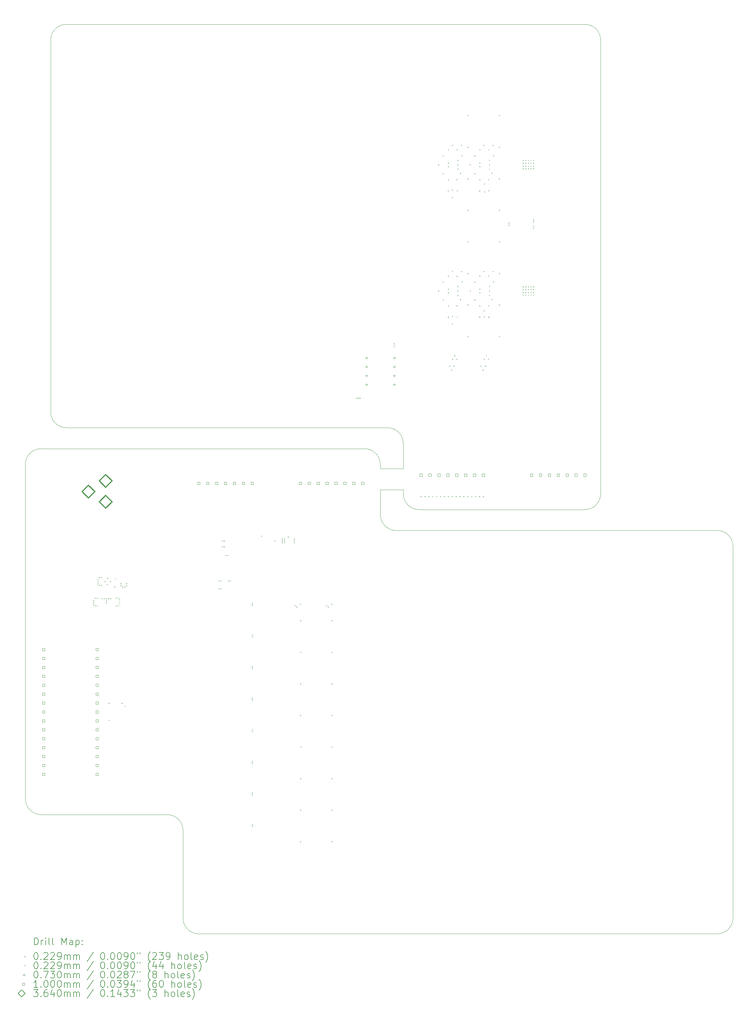
<source format=gbr>
%FSLAX45Y45*%
G04 Gerber Fmt 4.5, Leading zero omitted, Abs format (unit mm)*
G04 Created by KiCad (PCBNEW (6.0.5)) date 2022-07-12 00:37:33*
%MOMM*%
%LPD*%
G01*
G04 APERTURE LIST*
%TA.AperFunction,Profile*%
%ADD10C,0.050000*%
%TD*%
%ADD11C,0.200000*%
%ADD12C,0.022860*%
%ADD13C,0.022900*%
%ADD14C,0.073000*%
%ADD15C,0.100000*%
%ADD16C,0.364010*%
G04 APERTURE END LIST*
D10*
X37870000Y-33010000D02*
X37870000Y-22410000D01*
X28458825Y-19480000D02*
X28460373Y-20200000D01*
X27351802Y-19628198D02*
X18120000Y-19628198D01*
X27801802Y-20800000D02*
X28460373Y-20800000D01*
X37420000Y-33460000D02*
G75*
G03*
X37870000Y-33010000I0J450000D01*
G01*
X18842175Y-19030000D02*
X28008825Y-19030000D01*
X37420000Y-21960000D02*
X28253350Y-21960000D01*
X22620000Y-33460000D02*
X37420000Y-33460000D01*
X17670000Y-29610000D02*
G75*
G03*
X18120000Y-30060000I450000J0D01*
G01*
X27801802Y-20078198D02*
X27801802Y-20200000D01*
X18392170Y-18580000D02*
G75*
G03*
X18842175Y-19030000I450000J0D01*
G01*
X37870000Y-22410000D02*
G75*
G03*
X37420000Y-21960000I-450000J0D01*
G01*
X22170000Y-33010000D02*
G75*
G03*
X22620000Y-33460000I450000J0D01*
G01*
X34092175Y-20915901D02*
X34092175Y-7980000D01*
X18120000Y-30060000D02*
X21720000Y-30060000D01*
X18120000Y-19628200D02*
G75*
G03*
X17670000Y-20078198I0J-450000D01*
G01*
X28458830Y-19480000D02*
G75*
G03*
X28008825Y-19030000I-450000J0D01*
G01*
X27801802Y-20078198D02*
G75*
G03*
X27351802Y-19628198I-450002J-2D01*
G01*
X33642175Y-7530000D02*
X18842175Y-7530000D01*
X18842175Y-7530005D02*
G75*
G03*
X18392175Y-7980000I-5J-449995D01*
G01*
X18392175Y-7980000D02*
X18392175Y-18580000D01*
X27803350Y-21510000D02*
G75*
G03*
X28253350Y-21960000I450000J0D01*
G01*
X17670000Y-20078198D02*
X17670000Y-29610000D01*
X27801802Y-20200000D02*
X28460373Y-20200000D01*
X22170000Y-30510000D02*
G75*
G03*
X21720000Y-30060000I-450000J0D01*
G01*
X28460380Y-20915000D02*
G75*
G03*
X28910373Y-21365000I450000J0D01*
G01*
X28460373Y-20915000D02*
X28460373Y-20800000D01*
X33642175Y-21365905D02*
G75*
G03*
X34092175Y-20915901I-5J450005D01*
G01*
X27803350Y-21510000D02*
X27801802Y-20800000D01*
X34092180Y-7980000D02*
G75*
G03*
X33642175Y-7530000I-450000J0D01*
G01*
X28910373Y-21365000D02*
X33642175Y-21365901D01*
X22170000Y-30510000D02*
X22170000Y-33010000D01*
D11*
D12*
X19608570Y-23938570D02*
X19631430Y-23961430D01*
X19631430Y-23938570D02*
X19608570Y-23961430D01*
X19608570Y-23998570D02*
X19631430Y-24021430D01*
X19631430Y-23998570D02*
X19608570Y-24021430D01*
X19608570Y-24058570D02*
X19631430Y-24081430D01*
X19631430Y-24058570D02*
X19608570Y-24081430D01*
X19648570Y-23878570D02*
X19671430Y-23901430D01*
X19671430Y-23878570D02*
X19648570Y-23901430D01*
X19648570Y-24098570D02*
X19671430Y-24121430D01*
X19671430Y-24098570D02*
X19648570Y-24121430D01*
X19708570Y-23878570D02*
X19731430Y-23901430D01*
X19731430Y-23878570D02*
X19708570Y-23901430D01*
X19708570Y-24098570D02*
X19731430Y-24121430D01*
X19731430Y-24098570D02*
X19708570Y-24121430D01*
X19728570Y-23348570D02*
X19751430Y-23371430D01*
X19751430Y-23348570D02*
X19728570Y-23371430D01*
X19728570Y-23408570D02*
X19751430Y-23431430D01*
X19751430Y-23408570D02*
X19728570Y-23431430D01*
X19728570Y-23468570D02*
X19751430Y-23491430D01*
X19751430Y-23468570D02*
X19728570Y-23491430D01*
X19768570Y-23288570D02*
X19791430Y-23311430D01*
X19791430Y-23288570D02*
X19768570Y-23311430D01*
X19768570Y-23508570D02*
X19791430Y-23531430D01*
X19791430Y-23508570D02*
X19768570Y-23531430D01*
X19828570Y-23288570D02*
X19851430Y-23311430D01*
X19851430Y-23288570D02*
X19828570Y-23311430D01*
X19828570Y-23508570D02*
X19851430Y-23531430D01*
X19851430Y-23508570D02*
X19828570Y-23531430D01*
X19848570Y-23888570D02*
X19871430Y-23911430D01*
X19871430Y-23888570D02*
X19848570Y-23911430D01*
X19908570Y-23888570D02*
X19931430Y-23911430D01*
X19931430Y-23888570D02*
X19908570Y-23911430D01*
X19938570Y-23398570D02*
X19961430Y-23421430D01*
X19961430Y-23398570D02*
X19938570Y-23421430D01*
X19968570Y-23888570D02*
X19991430Y-23911430D01*
X19991430Y-23888570D02*
X19968570Y-23911430D01*
X19968570Y-23948570D02*
X19991430Y-23971430D01*
X19991430Y-23948570D02*
X19968570Y-23971430D01*
X19968570Y-24008570D02*
X19991430Y-24031430D01*
X19991430Y-24008570D02*
X19968570Y-24031430D01*
X19998570Y-23488570D02*
X20021430Y-23511430D01*
X20021430Y-23488570D02*
X19998570Y-23511430D01*
X20003570Y-23308570D02*
X20026430Y-23331430D01*
X20026430Y-23308570D02*
X20003570Y-23331430D01*
X20028570Y-23888570D02*
X20051430Y-23911430D01*
X20051430Y-23888570D02*
X20028570Y-23911430D01*
X20048570Y-26868570D02*
X20071430Y-26891430D01*
X20071430Y-26868570D02*
X20048570Y-26891430D01*
X20048570Y-27358570D02*
X20071430Y-27381430D01*
X20071430Y-27358570D02*
X20048570Y-27381430D01*
X20088570Y-23398570D02*
X20111430Y-23421430D01*
X20111430Y-23398570D02*
X20088570Y-23421430D01*
X20088570Y-23888570D02*
X20111430Y-23911430D01*
X20111430Y-23888570D02*
X20088570Y-23911430D01*
X20208570Y-23558570D02*
X20231430Y-23581430D01*
X20231430Y-23558570D02*
X20208570Y-23581430D01*
X20228570Y-23318570D02*
X20251430Y-23341430D01*
X20251430Y-23318570D02*
X20228570Y-23341430D01*
X20248570Y-23878570D02*
X20271430Y-23901430D01*
X20271430Y-23878570D02*
X20248570Y-23901430D01*
X20248570Y-24098570D02*
X20271430Y-24121430D01*
X20271430Y-24098570D02*
X20248570Y-24121430D01*
X20308570Y-23878570D02*
X20331430Y-23901430D01*
X20331430Y-23878570D02*
X20308570Y-23901430D01*
X20308570Y-24098570D02*
X20331430Y-24121430D01*
X20331430Y-24098570D02*
X20308570Y-24121430D01*
X20348570Y-23918570D02*
X20371430Y-23941430D01*
X20371430Y-23918570D02*
X20348570Y-23941430D01*
X20348570Y-23978570D02*
X20371430Y-24001430D01*
X20371430Y-23978570D02*
X20348570Y-24001430D01*
X20348570Y-24038570D02*
X20371430Y-24061430D01*
X20371430Y-24038570D02*
X20348570Y-24061430D01*
X20388570Y-23458570D02*
X20411430Y-23481430D01*
X20411430Y-23458570D02*
X20388570Y-23481430D01*
X20388570Y-23518570D02*
X20411430Y-23541430D01*
X20411430Y-23518570D02*
X20388570Y-23541430D01*
X20418570Y-26868570D02*
X20441430Y-26891430D01*
X20441430Y-26868570D02*
X20418570Y-26891430D01*
X20438570Y-23558570D02*
X20461430Y-23581430D01*
X20461430Y-23558570D02*
X20438570Y-23581430D01*
X20498570Y-23558570D02*
X20521430Y-23581430D01*
X20521430Y-23558570D02*
X20498570Y-23581430D01*
X20508570Y-26958570D02*
X20531430Y-26981430D01*
X20531430Y-26958570D02*
X20508570Y-26981430D01*
X20548570Y-23458570D02*
X20571430Y-23481430D01*
X20571430Y-23458570D02*
X20548570Y-23481430D01*
X20548570Y-23518570D02*
X20571430Y-23541430D01*
X20571430Y-23518570D02*
X20548570Y-23541430D01*
X23190320Y-23385620D02*
X23213180Y-23408480D01*
X23213180Y-23385620D02*
X23190320Y-23408480D01*
X23190320Y-23605620D02*
X23213180Y-23628480D01*
X23213180Y-23605620D02*
X23190320Y-23628480D01*
X23240320Y-23385620D02*
X23263180Y-23408480D01*
X23263180Y-23385620D02*
X23240320Y-23408480D01*
X23240320Y-23605620D02*
X23263180Y-23628480D01*
X23263180Y-23605620D02*
X23240320Y-23628480D01*
X23288570Y-22248570D02*
X23311430Y-22271430D01*
X23311430Y-22248570D02*
X23288570Y-22271430D01*
X23288570Y-22408570D02*
X23311430Y-22431430D01*
X23311430Y-22408570D02*
X23288570Y-22431430D01*
X23338570Y-22248570D02*
X23361430Y-22271430D01*
X23361430Y-22248570D02*
X23338570Y-22271430D01*
X23338570Y-22408570D02*
X23361430Y-22431430D01*
X23361430Y-22408570D02*
X23338570Y-22431430D01*
X23384070Y-22658570D02*
X23406930Y-22681430D01*
X23406930Y-22658570D02*
X23384070Y-22681430D01*
X23434070Y-22658570D02*
X23456930Y-22681430D01*
X23456930Y-22658570D02*
X23434070Y-22681430D01*
X23450320Y-23385620D02*
X23473180Y-23408480D01*
X23473180Y-23385620D02*
X23450320Y-23408480D01*
X23500320Y-23385620D02*
X23523180Y-23408480D01*
X23523180Y-23385620D02*
X23500320Y-23408480D01*
X24134070Y-24028570D02*
X24156930Y-24051430D01*
X24156930Y-24028570D02*
X24134070Y-24051430D01*
X24134070Y-24078570D02*
X24156930Y-24101430D01*
X24156930Y-24078570D02*
X24134070Y-24101430D01*
X24134070Y-24928570D02*
X24156930Y-24951430D01*
X24156930Y-24928570D02*
X24134070Y-24951430D01*
X24134070Y-24978570D02*
X24156930Y-25001430D01*
X24156930Y-24978570D02*
X24134070Y-25001430D01*
X24134070Y-25828570D02*
X24156930Y-25851430D01*
X24156930Y-25828570D02*
X24134070Y-25851430D01*
X24134070Y-25878570D02*
X24156930Y-25901430D01*
X24156930Y-25878570D02*
X24134070Y-25901430D01*
X24134070Y-26728570D02*
X24156930Y-26751430D01*
X24156930Y-26728570D02*
X24134070Y-26751430D01*
X24134070Y-26778570D02*
X24156930Y-26801430D01*
X24156930Y-26778570D02*
X24134070Y-26801430D01*
X24134070Y-27628570D02*
X24156930Y-27651430D01*
X24156930Y-27628570D02*
X24134070Y-27651430D01*
X24134070Y-27678570D02*
X24156930Y-27701430D01*
X24156930Y-27678570D02*
X24134070Y-27701430D01*
X24134070Y-28528570D02*
X24156930Y-28551430D01*
X24156930Y-28528570D02*
X24134070Y-28551430D01*
X24134070Y-28578570D02*
X24156930Y-28601430D01*
X24156930Y-28578570D02*
X24134070Y-28601430D01*
X24134070Y-29428570D02*
X24156930Y-29451430D01*
X24156930Y-29428570D02*
X24134070Y-29451430D01*
X24134070Y-29478570D02*
X24156930Y-29501430D01*
X24156930Y-29478570D02*
X24134070Y-29501430D01*
X24134070Y-30328570D02*
X24156930Y-30351430D01*
X24156930Y-30328570D02*
X24134070Y-30351430D01*
X24134070Y-30378570D02*
X24156930Y-30401430D01*
X24156930Y-30378570D02*
X24134070Y-30401430D01*
X24398570Y-22108570D02*
X24421430Y-22131430D01*
X24421430Y-22108570D02*
X24398570Y-22131430D01*
X24784070Y-22238570D02*
X24806930Y-22261430D01*
X24806930Y-22238570D02*
X24784070Y-22261430D01*
X24994070Y-22188570D02*
X25016930Y-22211430D01*
X25016930Y-22188570D02*
X24994070Y-22211430D01*
X24994070Y-22238570D02*
X25016930Y-22261430D01*
X25016930Y-22238570D02*
X24994070Y-22261430D01*
X24994070Y-22288570D02*
X25016930Y-22311430D01*
X25016930Y-22288570D02*
X24994070Y-22311430D01*
X25054070Y-22188570D02*
X25076930Y-22211430D01*
X25076930Y-22188570D02*
X25054070Y-22211430D01*
X25054070Y-22238570D02*
X25076930Y-22261430D01*
X25076930Y-22238570D02*
X25054070Y-22261430D01*
X25054070Y-22288570D02*
X25076930Y-22311430D01*
X25076930Y-22288570D02*
X25054070Y-22311430D01*
X25158570Y-22128570D02*
X25181430Y-22151430D01*
X25181430Y-22128570D02*
X25158570Y-22151430D01*
X25334070Y-22188570D02*
X25356930Y-22211430D01*
X25356930Y-22188570D02*
X25334070Y-22211430D01*
X25334070Y-22238570D02*
X25356930Y-22261430D01*
X25356930Y-22238570D02*
X25334070Y-22261430D01*
X25334070Y-22288570D02*
X25356930Y-22311430D01*
X25356930Y-22288570D02*
X25334070Y-22311430D01*
X25354070Y-24088570D02*
X25376930Y-24111430D01*
X25376930Y-24088570D02*
X25354070Y-24111430D01*
X25404070Y-24128570D02*
X25426930Y-24151430D01*
X25426930Y-24128570D02*
X25404070Y-24151430D01*
X25504070Y-24048570D02*
X25526930Y-24071430D01*
X25526930Y-24048570D02*
X25504070Y-24071430D01*
X25514070Y-24518570D02*
X25536930Y-24541430D01*
X25536930Y-24518570D02*
X25514070Y-24541430D01*
X25514070Y-25418570D02*
X25536930Y-25441430D01*
X25536930Y-25418570D02*
X25514070Y-25441430D01*
X25514070Y-26318570D02*
X25536930Y-26341430D01*
X25536930Y-26318570D02*
X25514070Y-26341430D01*
X25514070Y-27218570D02*
X25536930Y-27241430D01*
X25536930Y-27218570D02*
X25514070Y-27241430D01*
X25514070Y-28118570D02*
X25536930Y-28141430D01*
X25536930Y-28118570D02*
X25514070Y-28141430D01*
X25514070Y-29018570D02*
X25536930Y-29041430D01*
X25536930Y-29018570D02*
X25514070Y-29041430D01*
X25514070Y-29918570D02*
X25536930Y-29941430D01*
X25536930Y-29918570D02*
X25514070Y-29941430D01*
X25514070Y-30818570D02*
X25536930Y-30841430D01*
X25536930Y-30818570D02*
X25514070Y-30841430D01*
X26254070Y-24088570D02*
X26276930Y-24111430D01*
X26276930Y-24088570D02*
X26254070Y-24111430D01*
X26304070Y-24128570D02*
X26326930Y-24151430D01*
X26326930Y-24128570D02*
X26304070Y-24151430D01*
X26404070Y-24048570D02*
X26426930Y-24071430D01*
X26426930Y-24048570D02*
X26404070Y-24071430D01*
X26414070Y-24518570D02*
X26436930Y-24541430D01*
X26436930Y-24518570D02*
X26414070Y-24541430D01*
X26414070Y-25418570D02*
X26436930Y-25441430D01*
X26436930Y-25418570D02*
X26414070Y-25441430D01*
X26414070Y-26318570D02*
X26436930Y-26341430D01*
X26436930Y-26318570D02*
X26414070Y-26341430D01*
X26414070Y-27218570D02*
X26436930Y-27241430D01*
X26436930Y-27218570D02*
X26414070Y-27241430D01*
X26414070Y-28118570D02*
X26436930Y-28141430D01*
X26436930Y-28118570D02*
X26414070Y-28141430D01*
X26414070Y-29018570D02*
X26436930Y-29041430D01*
X26436930Y-29018570D02*
X26414070Y-29041430D01*
X26414070Y-29918570D02*
X26436930Y-29941430D01*
X26436930Y-29918570D02*
X26414070Y-29941430D01*
X26414070Y-30818570D02*
X26436930Y-30841430D01*
X26436930Y-30818570D02*
X26414070Y-30841430D01*
X28954745Y-20978570D02*
X28977605Y-21001430D01*
X28977605Y-20978570D02*
X28954745Y-21001430D01*
X29065745Y-20978570D02*
X29088605Y-21001430D01*
X29088605Y-20978570D02*
X29065745Y-21001430D01*
X29176745Y-20978570D02*
X29199605Y-21001430D01*
X29199605Y-20978570D02*
X29176745Y-21001430D01*
X29287745Y-20978570D02*
X29310605Y-21001430D01*
X29310605Y-20978570D02*
X29287745Y-21001430D01*
X29398745Y-20978570D02*
X29421605Y-21001430D01*
X29421605Y-20978570D02*
X29398745Y-21001430D01*
X29455745Y-11518570D02*
X29478605Y-11541430D01*
X29478605Y-11518570D02*
X29455745Y-11541430D01*
X29455745Y-15118570D02*
X29478605Y-15141430D01*
X29478605Y-15118570D02*
X29455745Y-15141430D01*
X29509745Y-20978570D02*
X29532605Y-21001430D01*
X29532605Y-20978570D02*
X29509745Y-21001430D01*
X29584545Y-11264570D02*
X29607405Y-11287430D01*
X29607405Y-11264570D02*
X29584545Y-11287430D01*
X29584545Y-11772570D02*
X29607405Y-11795430D01*
X29607405Y-11772570D02*
X29584545Y-11795430D01*
X29584545Y-14864570D02*
X29607405Y-14887430D01*
X29607405Y-14864570D02*
X29584545Y-14887430D01*
X29584545Y-15372570D02*
X29607405Y-15395430D01*
X29607405Y-15372570D02*
X29584545Y-15395430D01*
X29620745Y-20978570D02*
X29643605Y-21001430D01*
X29643605Y-20978570D02*
X29620745Y-21001430D01*
X29730745Y-11093570D02*
X29753605Y-11116430D01*
X29753605Y-11093570D02*
X29730745Y-11116430D01*
X29730745Y-11468570D02*
X29753605Y-11491430D01*
X29753605Y-11468570D02*
X29730745Y-11491430D01*
X29730745Y-11568570D02*
X29753605Y-11591430D01*
X29753605Y-11568570D02*
X29730745Y-11591430D01*
X29730745Y-11943570D02*
X29753605Y-11966430D01*
X29753605Y-11943570D02*
X29730745Y-11966430D01*
X29730745Y-14693570D02*
X29753605Y-14716430D01*
X29753605Y-14693570D02*
X29730745Y-14716430D01*
X29730745Y-15068570D02*
X29753605Y-15091430D01*
X29753605Y-15068570D02*
X29730745Y-15091430D01*
X29730745Y-15168570D02*
X29753605Y-15191430D01*
X29753605Y-15168570D02*
X29730745Y-15191430D01*
X29730745Y-15543570D02*
X29753605Y-15566430D01*
X29753605Y-15543570D02*
X29730745Y-15566430D01*
X29731745Y-20978570D02*
X29754605Y-21001430D01*
X29754605Y-20978570D02*
X29731745Y-21001430D01*
X29762620Y-17263570D02*
X29785480Y-17286430D01*
X29785480Y-17263570D02*
X29762620Y-17286430D01*
X29827620Y-17373570D02*
X29850480Y-17396430D01*
X29850480Y-17373570D02*
X29827620Y-17396430D01*
X29842745Y-20978570D02*
X29865605Y-21001430D01*
X29865605Y-20978570D02*
X29842745Y-21001430D01*
X29892620Y-17263570D02*
X29915480Y-17286430D01*
X29915480Y-17263570D02*
X29892620Y-17286430D01*
X29953745Y-20978570D02*
X29976605Y-21001430D01*
X29976605Y-20978570D02*
X29953745Y-21001430D01*
X29980745Y-11093570D02*
X30003605Y-11116430D01*
X30003605Y-11093570D02*
X29980745Y-11116430D01*
X29980745Y-11943570D02*
X30003605Y-11966430D01*
X30003605Y-11943570D02*
X29980745Y-11966430D01*
X29980745Y-14693570D02*
X30003605Y-14716430D01*
X30003605Y-14693570D02*
X29980745Y-14716430D01*
X29980745Y-15543570D02*
X30003605Y-15566430D01*
X30003605Y-15543570D02*
X29980745Y-15566430D01*
X30005745Y-11393570D02*
X30028605Y-11416430D01*
X30028605Y-11393570D02*
X30005745Y-11416430D01*
X30005745Y-11518570D02*
X30028605Y-11541430D01*
X30028605Y-11518570D02*
X30005745Y-11541430D01*
X30005745Y-11643570D02*
X30028605Y-11666430D01*
X30028605Y-11643570D02*
X30005745Y-11666430D01*
X30005745Y-14993570D02*
X30028605Y-15016430D01*
X30028605Y-14993570D02*
X30005745Y-15016430D01*
X30005745Y-15118570D02*
X30028605Y-15141430D01*
X30028605Y-15118570D02*
X30005745Y-15141430D01*
X30005745Y-15243570D02*
X30028605Y-15266430D01*
X30028605Y-15243570D02*
X30005745Y-15266430D01*
X30064745Y-20978570D02*
X30087605Y-21001430D01*
X30087605Y-20978570D02*
X30064745Y-21001430D01*
X30175745Y-20978570D02*
X30198605Y-21001430D01*
X30198605Y-20978570D02*
X30175745Y-21001430D01*
X30286745Y-20978570D02*
X30309605Y-21001430D01*
X30309605Y-20978570D02*
X30286745Y-21001430D01*
X30290745Y-10118570D02*
X30313605Y-10141430D01*
X30313605Y-10118570D02*
X30290745Y-10141430D01*
X30290745Y-11018570D02*
X30313605Y-11041430D01*
X30313605Y-11018570D02*
X30290745Y-11041430D01*
X30290745Y-11918570D02*
X30313605Y-11941430D01*
X30313605Y-11918570D02*
X30290745Y-11941430D01*
X30290745Y-12818570D02*
X30313605Y-12841430D01*
X30313605Y-12818570D02*
X30290745Y-12841430D01*
X30290745Y-13718570D02*
X30313605Y-13741430D01*
X30313605Y-13718570D02*
X30290745Y-13741430D01*
X30290745Y-14618570D02*
X30313605Y-14641430D01*
X30313605Y-14618570D02*
X30290745Y-14641430D01*
X30290745Y-15518570D02*
X30313605Y-15541430D01*
X30313605Y-15518570D02*
X30290745Y-15541430D01*
X30290745Y-16418570D02*
X30313605Y-16441430D01*
X30313605Y-16418570D02*
X30290745Y-16441430D01*
X30355745Y-11518570D02*
X30378605Y-11541430D01*
X30378605Y-11518570D02*
X30355745Y-11541430D01*
X30355745Y-15118570D02*
X30378605Y-15141430D01*
X30378605Y-15118570D02*
X30355745Y-15141430D01*
X30397745Y-20978570D02*
X30420605Y-21001430D01*
X30420605Y-20978570D02*
X30397745Y-21001430D01*
X30484545Y-11264570D02*
X30507405Y-11287430D01*
X30507405Y-11264570D02*
X30484545Y-11287430D01*
X30484545Y-11772570D02*
X30507405Y-11795430D01*
X30507405Y-11772570D02*
X30484545Y-11795430D01*
X30484545Y-14864570D02*
X30507405Y-14887430D01*
X30507405Y-14864570D02*
X30484545Y-14887430D01*
X30484545Y-15372570D02*
X30507405Y-15395430D01*
X30507405Y-15372570D02*
X30484545Y-15395430D01*
X30508745Y-20978570D02*
X30531605Y-21001430D01*
X30531605Y-20978570D02*
X30508745Y-21001430D01*
X30619745Y-20978570D02*
X30642605Y-21001430D01*
X30642605Y-20978570D02*
X30619745Y-21001430D01*
X30630745Y-11093570D02*
X30653605Y-11116430D01*
X30653605Y-11093570D02*
X30630745Y-11116430D01*
X30630745Y-11468570D02*
X30653605Y-11491430D01*
X30653605Y-11468570D02*
X30630745Y-11491430D01*
X30630745Y-11568570D02*
X30653605Y-11591430D01*
X30653605Y-11568570D02*
X30630745Y-11591430D01*
X30630745Y-11943570D02*
X30653605Y-11966430D01*
X30653605Y-11943570D02*
X30630745Y-11966430D01*
X30630745Y-14693570D02*
X30653605Y-14716430D01*
X30653605Y-14693570D02*
X30630745Y-14716430D01*
X30630745Y-15068570D02*
X30653605Y-15091430D01*
X30653605Y-15068570D02*
X30630745Y-15091430D01*
X30630745Y-15168570D02*
X30653605Y-15191430D01*
X30653605Y-15168570D02*
X30630745Y-15191430D01*
X30630745Y-15543570D02*
X30653605Y-15566430D01*
X30653605Y-15543570D02*
X30630745Y-15566430D01*
X30660745Y-17263570D02*
X30683605Y-17286430D01*
X30683605Y-17263570D02*
X30660745Y-17286430D01*
X30725745Y-17373570D02*
X30748605Y-17396430D01*
X30748605Y-17373570D02*
X30725745Y-17396430D01*
X30730745Y-20978570D02*
X30753605Y-21001430D01*
X30753605Y-20978570D02*
X30730745Y-21001430D01*
X30790745Y-17263570D02*
X30813605Y-17286430D01*
X30813605Y-17263570D02*
X30790745Y-17286430D01*
X30880745Y-11093570D02*
X30903605Y-11116430D01*
X30903605Y-11093570D02*
X30880745Y-11116430D01*
X30880745Y-11943570D02*
X30903605Y-11966430D01*
X30903605Y-11943570D02*
X30880745Y-11966430D01*
X30880745Y-14693570D02*
X30903605Y-14716430D01*
X30903605Y-14693570D02*
X30880745Y-14716430D01*
X30880745Y-15543570D02*
X30903605Y-15566430D01*
X30903605Y-15543570D02*
X30880745Y-15566430D01*
X30905745Y-11393570D02*
X30928605Y-11416430D01*
X30928605Y-11393570D02*
X30905745Y-11416430D01*
X30905745Y-11518570D02*
X30928605Y-11541430D01*
X30928605Y-11518570D02*
X30905745Y-11541430D01*
X30905745Y-11643570D02*
X30928605Y-11666430D01*
X30928605Y-11643570D02*
X30905745Y-11666430D01*
X30905745Y-14993570D02*
X30928605Y-15016430D01*
X30928605Y-14993570D02*
X30905745Y-15016430D01*
X30905745Y-15118570D02*
X30928605Y-15141430D01*
X30928605Y-15118570D02*
X30905745Y-15141430D01*
X30905745Y-15243570D02*
X30928605Y-15266430D01*
X30928605Y-15243570D02*
X30905745Y-15266430D01*
X31190745Y-10118570D02*
X31213605Y-10141430D01*
X31213605Y-10118570D02*
X31190745Y-10141430D01*
X31190745Y-11018570D02*
X31213605Y-11041430D01*
X31213605Y-11018570D02*
X31190745Y-11041430D01*
X31190745Y-11918570D02*
X31213605Y-11941430D01*
X31213605Y-11918570D02*
X31190745Y-11941430D01*
X31190745Y-12818570D02*
X31213605Y-12841430D01*
X31213605Y-12818570D02*
X31190745Y-12841430D01*
X31190745Y-13718570D02*
X31213605Y-13741430D01*
X31213605Y-13718570D02*
X31190745Y-13741430D01*
X31190745Y-14618570D02*
X31213605Y-14641430D01*
X31213605Y-14618570D02*
X31190745Y-14641430D01*
X31190745Y-15518570D02*
X31213605Y-15541430D01*
X31213605Y-15518570D02*
X31190745Y-15541430D01*
X31190745Y-16418570D02*
X31213605Y-16441430D01*
X31213605Y-16418570D02*
X31190745Y-16441430D01*
X31458245Y-13178570D02*
X31481105Y-13201430D01*
X31481105Y-13178570D02*
X31458245Y-13201430D01*
X31458245Y-13238570D02*
X31481105Y-13261430D01*
X31481105Y-13238570D02*
X31458245Y-13261430D01*
X31865745Y-11398570D02*
X31888605Y-11421430D01*
X31888605Y-11398570D02*
X31865745Y-11421430D01*
X31865745Y-11478570D02*
X31888605Y-11501430D01*
X31888605Y-11478570D02*
X31865745Y-11501430D01*
X31865745Y-11558570D02*
X31888605Y-11581430D01*
X31888605Y-11558570D02*
X31865745Y-11581430D01*
X31865745Y-11633570D02*
X31888605Y-11656430D01*
X31888605Y-11633570D02*
X31865745Y-11656430D01*
X31865745Y-14998570D02*
X31888605Y-15021430D01*
X31888605Y-14998570D02*
X31865745Y-15021430D01*
X31865745Y-15078570D02*
X31888605Y-15101430D01*
X31888605Y-15078570D02*
X31865745Y-15101430D01*
X31865745Y-15158570D02*
X31888605Y-15181430D01*
X31888605Y-15158570D02*
X31865745Y-15181430D01*
X31865745Y-15233570D02*
X31888605Y-15256430D01*
X31888605Y-15233570D02*
X31865745Y-15256430D01*
X31940745Y-11398570D02*
X31963605Y-11421430D01*
X31963605Y-11398570D02*
X31940745Y-11421430D01*
X31940745Y-11478570D02*
X31963605Y-11501430D01*
X31963605Y-11478570D02*
X31940745Y-11501430D01*
X31940745Y-11558570D02*
X31963605Y-11581430D01*
X31963605Y-11558570D02*
X31940745Y-11581430D01*
X31940745Y-11633570D02*
X31963605Y-11656430D01*
X31963605Y-11633570D02*
X31940745Y-11656430D01*
X31940745Y-14998570D02*
X31963605Y-15021430D01*
X31963605Y-14998570D02*
X31940745Y-15021430D01*
X31940745Y-15078570D02*
X31963605Y-15101430D01*
X31963605Y-15078570D02*
X31940745Y-15101430D01*
X31940745Y-15158570D02*
X31963605Y-15181430D01*
X31963605Y-15158570D02*
X31940745Y-15181430D01*
X31940745Y-15233570D02*
X31963605Y-15256430D01*
X31963605Y-15233570D02*
X31940745Y-15256430D01*
X32015745Y-11398570D02*
X32038605Y-11421430D01*
X32038605Y-11398570D02*
X32015745Y-11421430D01*
X32015745Y-11478570D02*
X32038605Y-11501430D01*
X32038605Y-11478570D02*
X32015745Y-11501430D01*
X32015745Y-11558570D02*
X32038605Y-11581430D01*
X32038605Y-11558570D02*
X32015745Y-11581430D01*
X32015745Y-11633570D02*
X32038605Y-11656430D01*
X32038605Y-11633570D02*
X32015745Y-11656430D01*
X32015745Y-14998570D02*
X32038605Y-15021430D01*
X32038605Y-14998570D02*
X32015745Y-15021430D01*
X32015745Y-15078570D02*
X32038605Y-15101430D01*
X32038605Y-15078570D02*
X32015745Y-15101430D01*
X32015745Y-15158570D02*
X32038605Y-15181430D01*
X32038605Y-15158570D02*
X32015745Y-15181430D01*
X32015745Y-15233570D02*
X32038605Y-15256430D01*
X32038605Y-15233570D02*
X32015745Y-15256430D01*
X32090745Y-11398570D02*
X32113605Y-11421430D01*
X32113605Y-11398570D02*
X32090745Y-11421430D01*
X32090745Y-11478570D02*
X32113605Y-11501430D01*
X32113605Y-11478570D02*
X32090745Y-11501430D01*
X32090745Y-11558570D02*
X32113605Y-11581430D01*
X32113605Y-11558570D02*
X32090745Y-11581430D01*
X32090745Y-11633570D02*
X32113605Y-11656430D01*
X32113605Y-11633570D02*
X32090745Y-11656430D01*
X32090745Y-14998570D02*
X32113605Y-15021430D01*
X32113605Y-14998570D02*
X32090745Y-15021430D01*
X32090745Y-15078570D02*
X32113605Y-15101430D01*
X32113605Y-15078570D02*
X32090745Y-15101430D01*
X32090745Y-15158570D02*
X32113605Y-15181430D01*
X32113605Y-15158570D02*
X32090745Y-15181430D01*
X32090745Y-15233570D02*
X32113605Y-15256430D01*
X32113605Y-15233570D02*
X32090745Y-15256430D01*
X32160745Y-13088570D02*
X32183605Y-13111430D01*
X32183605Y-13088570D02*
X32160745Y-13111430D01*
X32160745Y-13148570D02*
X32183605Y-13171430D01*
X32183605Y-13148570D02*
X32160745Y-13171430D01*
X32160745Y-13268570D02*
X32183605Y-13291430D01*
X32183605Y-13268570D02*
X32160745Y-13291430D01*
X32160745Y-13328570D02*
X32183605Y-13351430D01*
X32183605Y-13328570D02*
X32160745Y-13351430D01*
X32165745Y-11398570D02*
X32188605Y-11421430D01*
X32188605Y-11398570D02*
X32165745Y-11421430D01*
X32165745Y-11478570D02*
X32188605Y-11501430D01*
X32188605Y-11478570D02*
X32165745Y-11501430D01*
X32165745Y-11558570D02*
X32188605Y-11581430D01*
X32188605Y-11558570D02*
X32165745Y-11581430D01*
X32165745Y-11633570D02*
X32188605Y-11656430D01*
X32188605Y-11633570D02*
X32165745Y-11656430D01*
X32165745Y-14998570D02*
X32188605Y-15021430D01*
X32188605Y-14998570D02*
X32165745Y-15021430D01*
X32165745Y-15078570D02*
X32188605Y-15101430D01*
X32188605Y-15078570D02*
X32165745Y-15101430D01*
X32165745Y-15158570D02*
X32188605Y-15181430D01*
X32188605Y-15158570D02*
X32165745Y-15181430D01*
X32165745Y-15233570D02*
X32188605Y-15256430D01*
X32188605Y-15233570D02*
X32165745Y-15256430D01*
D13*
X27133625Y-18190000D02*
G75*
G03*
X27133625Y-18190000I-11450J0D01*
G01*
X27183625Y-18190000D02*
G75*
G03*
X27183625Y-18190000I-11450J0D01*
G01*
X27233625Y-18190000D02*
G75*
G03*
X27233625Y-18190000I-11450J0D01*
G01*
X28211125Y-16626500D02*
G75*
G03*
X28211125Y-16626500I-11450J0D01*
G01*
X28211125Y-16676500D02*
G75*
G03*
X28211125Y-16676500I-11450J0D01*
G01*
X28211125Y-16726500D02*
G75*
G03*
X28211125Y-16726500I-11450J0D01*
G01*
X29753625Y-12280000D02*
G75*
G03*
X29753625Y-12280000I-11450J0D01*
G01*
X29753625Y-15880000D02*
G75*
G03*
X29753625Y-15880000I-11450J0D01*
G01*
X29873625Y-10980000D02*
G75*
G03*
X29873625Y-10980000I-11450J0D01*
G01*
X29873625Y-12250000D02*
G75*
G03*
X29873625Y-12250000I-11450J0D01*
G01*
X29873625Y-12470000D02*
G75*
G03*
X29873625Y-12470000I-11450J0D01*
G01*
X29873625Y-14580000D02*
G75*
G03*
X29873625Y-14580000I-11450J0D01*
G01*
X29873625Y-15860000D02*
G75*
G03*
X29873625Y-15860000I-11450J0D01*
G01*
X29873625Y-16070000D02*
G75*
G03*
X29873625Y-16070000I-11450J0D01*
G01*
X29879875Y-17080463D02*
G75*
G03*
X29879875Y-17080463I-11450J0D01*
G01*
X29939875Y-16980463D02*
G75*
G03*
X29939875Y-16980463I-11450J0D01*
G01*
X29999875Y-17080463D02*
G75*
G03*
X29999875Y-17080463I-11450J0D01*
G01*
X30013625Y-12280000D02*
G75*
G03*
X30013625Y-12280000I-11450J0D01*
G01*
X30013625Y-15880000D02*
G75*
G03*
X30013625Y-15880000I-11450J0D01*
G01*
X30103625Y-11780000D02*
G75*
G03*
X30103625Y-11780000I-11450J0D01*
G01*
X30103625Y-15380000D02*
G75*
G03*
X30103625Y-15380000I-11450J0D01*
G01*
X30133625Y-10980000D02*
G75*
G03*
X30133625Y-10980000I-11450J0D01*
G01*
X30133625Y-14580000D02*
G75*
G03*
X30133625Y-14580000I-11450J0D01*
G01*
X30149825Y-11276000D02*
G75*
G03*
X30149825Y-11276000I-11450J0D01*
G01*
X30149825Y-14876000D02*
G75*
G03*
X30149825Y-14876000I-11450J0D01*
G01*
X30653625Y-12280000D02*
G75*
G03*
X30653625Y-12280000I-11450J0D01*
G01*
X30653625Y-15880000D02*
G75*
G03*
X30653625Y-15880000I-11450J0D01*
G01*
X30773625Y-10980000D02*
G75*
G03*
X30773625Y-10980000I-11450J0D01*
G01*
X30773625Y-14580000D02*
G75*
G03*
X30773625Y-14580000I-11450J0D01*
G01*
X30783625Y-15700000D02*
G75*
G03*
X30783625Y-15700000I-11450J0D01*
G01*
X30783625Y-15870000D02*
G75*
G03*
X30783625Y-15870000I-11450J0D01*
G01*
X30783625Y-17080000D02*
G75*
G03*
X30783625Y-17080000I-11450J0D01*
G01*
X30793625Y-12080000D02*
G75*
G03*
X30793625Y-12080000I-11450J0D01*
G01*
X30793625Y-12310000D02*
G75*
G03*
X30793625Y-12310000I-11450J0D01*
G01*
X30843625Y-16980000D02*
G75*
G03*
X30843625Y-16980000I-11450J0D01*
G01*
X30903625Y-17080000D02*
G75*
G03*
X30903625Y-17080000I-11450J0D01*
G01*
X30913625Y-12280000D02*
G75*
G03*
X30913625Y-12280000I-11450J0D01*
G01*
X30913625Y-15880000D02*
G75*
G03*
X30913625Y-15880000I-11450J0D01*
G01*
X31003625Y-11780000D02*
G75*
G03*
X31003625Y-11780000I-11450J0D01*
G01*
X31003625Y-15380000D02*
G75*
G03*
X31003625Y-15380000I-11450J0D01*
G01*
X31033625Y-10980000D02*
G75*
G03*
X31033625Y-10980000I-11450J0D01*
G01*
X31033625Y-14580000D02*
G75*
G03*
X31033625Y-14580000I-11450J0D01*
G01*
X31049825Y-11276000D02*
G75*
G03*
X31049825Y-11276000I-11450J0D01*
G01*
X31049825Y-14876000D02*
G75*
G03*
X31049825Y-14876000I-11450J0D01*
G01*
D14*
X27408175Y-17003500D02*
X27408175Y-17076500D01*
X27371675Y-17040000D02*
X27444675Y-17040000D01*
X27408175Y-17257500D02*
X27408175Y-17330500D01*
X27371675Y-17294000D02*
X27444675Y-17294000D01*
X27408175Y-17511500D02*
X27408175Y-17584500D01*
X27371675Y-17548000D02*
X27444675Y-17548000D01*
X27408175Y-17765500D02*
X27408175Y-17838500D01*
X27371675Y-17802000D02*
X27444675Y-17802000D01*
X28202175Y-17003500D02*
X28202175Y-17076500D01*
X28165675Y-17040000D02*
X28238675Y-17040000D01*
X28202175Y-17257500D02*
X28202175Y-17330500D01*
X28165675Y-17294000D02*
X28238675Y-17294000D01*
X28202175Y-17511500D02*
X28202175Y-17584500D01*
X28165675Y-17548000D02*
X28238675Y-17548000D01*
X28202175Y-17765500D02*
X28202175Y-17838500D01*
X28165675Y-17802000D02*
X28238675Y-17802000D01*
D15*
X18228859Y-25390356D02*
X18228859Y-25319644D01*
X18158147Y-25319644D01*
X18158147Y-25390356D01*
X18228859Y-25390356D01*
X18228859Y-25644356D02*
X18228859Y-25573644D01*
X18158147Y-25573644D01*
X18158147Y-25644356D01*
X18228859Y-25644356D01*
X18228859Y-25898356D02*
X18228859Y-25827644D01*
X18158147Y-25827644D01*
X18158147Y-25898356D01*
X18228859Y-25898356D01*
X18228859Y-26152356D02*
X18228859Y-26081644D01*
X18158147Y-26081644D01*
X18158147Y-26152356D01*
X18228859Y-26152356D01*
X18228859Y-26406356D02*
X18228859Y-26335644D01*
X18158147Y-26335644D01*
X18158147Y-26406356D01*
X18228859Y-26406356D01*
X18228859Y-26660356D02*
X18228859Y-26589644D01*
X18158147Y-26589644D01*
X18158147Y-26660356D01*
X18228859Y-26660356D01*
X18228859Y-26914356D02*
X18228859Y-26843644D01*
X18158147Y-26843644D01*
X18158147Y-26914356D01*
X18228859Y-26914356D01*
X18228859Y-27168356D02*
X18228859Y-27097644D01*
X18158147Y-27097644D01*
X18158147Y-27168356D01*
X18228859Y-27168356D01*
X18228859Y-27422356D02*
X18228859Y-27351644D01*
X18158147Y-27351644D01*
X18158147Y-27422356D01*
X18228859Y-27422356D01*
X18228859Y-27676356D02*
X18228859Y-27605644D01*
X18158147Y-27605644D01*
X18158147Y-27676356D01*
X18228859Y-27676356D01*
X18228859Y-27930356D02*
X18228859Y-27859644D01*
X18158147Y-27859644D01*
X18158147Y-27930356D01*
X18228859Y-27930356D01*
X18228859Y-28184356D02*
X18228859Y-28113644D01*
X18158147Y-28113644D01*
X18158147Y-28184356D01*
X18228859Y-28184356D01*
X18228859Y-28438356D02*
X18228859Y-28367644D01*
X18158147Y-28367644D01*
X18158147Y-28438356D01*
X18228859Y-28438356D01*
X18228859Y-28692356D02*
X18228859Y-28621644D01*
X18158147Y-28621644D01*
X18158147Y-28692356D01*
X18228859Y-28692356D01*
X18228859Y-28946356D02*
X18228859Y-28875644D01*
X18158147Y-28875644D01*
X18158147Y-28946356D01*
X18228859Y-28946356D01*
X19752859Y-25390356D02*
X19752859Y-25319644D01*
X19682147Y-25319644D01*
X19682147Y-25390356D01*
X19752859Y-25390356D01*
X19752859Y-25644356D02*
X19752859Y-25573644D01*
X19682147Y-25573644D01*
X19682147Y-25644356D01*
X19752859Y-25644356D01*
X19752859Y-25898356D02*
X19752859Y-25827644D01*
X19682147Y-25827644D01*
X19682147Y-25898356D01*
X19752859Y-25898356D01*
X19752859Y-26152356D02*
X19752859Y-26081644D01*
X19682147Y-26081644D01*
X19682147Y-26152356D01*
X19752859Y-26152356D01*
X19752859Y-26406356D02*
X19752859Y-26335644D01*
X19682147Y-26335644D01*
X19682147Y-26406356D01*
X19752859Y-26406356D01*
X19752859Y-26660356D02*
X19752859Y-26589644D01*
X19682147Y-26589644D01*
X19682147Y-26660356D01*
X19752859Y-26660356D01*
X19752859Y-26914356D02*
X19752859Y-26843644D01*
X19682147Y-26843644D01*
X19682147Y-26914356D01*
X19752859Y-26914356D01*
X19752859Y-27168356D02*
X19752859Y-27097644D01*
X19682147Y-27097644D01*
X19682147Y-27168356D01*
X19752859Y-27168356D01*
X19752859Y-27422356D02*
X19752859Y-27351644D01*
X19682147Y-27351644D01*
X19682147Y-27422356D01*
X19752859Y-27422356D01*
X19752859Y-27676356D02*
X19752859Y-27605644D01*
X19682147Y-27605644D01*
X19682147Y-27676356D01*
X19752859Y-27676356D01*
X19752859Y-27930356D02*
X19752859Y-27859644D01*
X19682147Y-27859644D01*
X19682147Y-27930356D01*
X19752859Y-27930356D01*
X19752859Y-28184356D02*
X19752859Y-28113644D01*
X19682147Y-28113644D01*
X19682147Y-28184356D01*
X19752859Y-28184356D01*
X19752859Y-28438356D02*
X19752859Y-28367644D01*
X19682147Y-28367644D01*
X19682147Y-28438356D01*
X19752859Y-28438356D01*
X19752859Y-28692356D02*
X19752859Y-28621644D01*
X19682147Y-28621644D01*
X19682147Y-28692356D01*
X19752859Y-28692356D01*
X19752859Y-28946356D02*
X19752859Y-28875644D01*
X19682147Y-28875644D01*
X19682147Y-28946356D01*
X19752859Y-28946356D01*
X22655356Y-20645356D02*
X22655356Y-20574644D01*
X22584644Y-20574644D01*
X22584644Y-20645356D01*
X22655356Y-20645356D01*
X22909356Y-20645356D02*
X22909356Y-20574644D01*
X22838644Y-20574644D01*
X22838644Y-20645356D01*
X22909356Y-20645356D01*
X23163356Y-20645356D02*
X23163356Y-20574644D01*
X23092644Y-20574644D01*
X23092644Y-20645356D01*
X23163356Y-20645356D01*
X23417356Y-20645356D02*
X23417356Y-20574644D01*
X23346644Y-20574644D01*
X23346644Y-20645356D01*
X23417356Y-20645356D01*
X23671356Y-20645356D02*
X23671356Y-20574644D01*
X23600644Y-20574644D01*
X23600644Y-20645356D01*
X23671356Y-20645356D01*
X23925356Y-20645356D02*
X23925356Y-20574644D01*
X23854644Y-20574644D01*
X23854644Y-20645356D01*
X23925356Y-20645356D01*
X24179356Y-20645356D02*
X24179356Y-20574644D01*
X24108644Y-20574644D01*
X24108644Y-20645356D01*
X24179356Y-20645356D01*
X25555356Y-20645356D02*
X25555356Y-20574644D01*
X25484644Y-20574644D01*
X25484644Y-20645356D01*
X25555356Y-20645356D01*
X25809356Y-20645356D02*
X25809356Y-20574644D01*
X25738644Y-20574644D01*
X25738644Y-20645356D01*
X25809356Y-20645356D01*
X26063356Y-20645356D02*
X26063356Y-20574644D01*
X25992644Y-20574644D01*
X25992644Y-20645356D01*
X26063356Y-20645356D01*
X26317356Y-20645356D02*
X26317356Y-20574644D01*
X26246644Y-20574644D01*
X26246644Y-20645356D01*
X26317356Y-20645356D01*
X26571356Y-20645356D02*
X26571356Y-20574644D01*
X26500644Y-20574644D01*
X26500644Y-20645356D01*
X26571356Y-20645356D01*
X26825356Y-20645356D02*
X26825356Y-20574644D01*
X26754644Y-20574644D01*
X26754644Y-20645356D01*
X26825356Y-20645356D01*
X27079356Y-20645356D02*
X27079356Y-20574644D01*
X27008644Y-20574644D01*
X27008644Y-20645356D01*
X27079356Y-20645356D01*
X27333356Y-20645356D02*
X27333356Y-20574644D01*
X27262644Y-20574644D01*
X27262644Y-20645356D01*
X27333356Y-20645356D01*
X28999531Y-20415356D02*
X28999531Y-20344644D01*
X28928819Y-20344644D01*
X28928819Y-20415356D01*
X28999531Y-20415356D01*
X29253531Y-20415356D02*
X29253531Y-20344644D01*
X29182819Y-20344644D01*
X29182819Y-20415356D01*
X29253531Y-20415356D01*
X29507531Y-20415356D02*
X29507531Y-20344644D01*
X29436819Y-20344644D01*
X29436819Y-20415356D01*
X29507531Y-20415356D01*
X29761531Y-20415356D02*
X29761531Y-20344644D01*
X29690819Y-20344644D01*
X29690819Y-20415356D01*
X29761531Y-20415356D01*
X30015531Y-20415356D02*
X30015531Y-20344644D01*
X29944819Y-20344644D01*
X29944819Y-20415356D01*
X30015531Y-20415356D01*
X30269531Y-20415356D02*
X30269531Y-20344644D01*
X30198819Y-20344644D01*
X30198819Y-20415356D01*
X30269531Y-20415356D01*
X30523531Y-20415356D02*
X30523531Y-20344644D01*
X30452819Y-20344644D01*
X30452819Y-20415356D01*
X30523531Y-20415356D01*
X30777531Y-20415356D02*
X30777531Y-20344644D01*
X30706819Y-20344644D01*
X30706819Y-20415356D01*
X30777531Y-20415356D01*
X32153531Y-20415356D02*
X32153531Y-20344644D01*
X32082819Y-20344644D01*
X32082819Y-20415356D01*
X32153531Y-20415356D01*
X32407531Y-20415356D02*
X32407531Y-20344644D01*
X32336819Y-20344644D01*
X32336819Y-20415356D01*
X32407531Y-20415356D01*
X32661531Y-20415356D02*
X32661531Y-20344644D01*
X32590819Y-20344644D01*
X32590819Y-20415356D01*
X32661531Y-20415356D01*
X32915531Y-20415356D02*
X32915531Y-20344644D01*
X32844819Y-20344644D01*
X32844819Y-20415356D01*
X32915531Y-20415356D01*
X33169531Y-20415356D02*
X33169531Y-20344644D01*
X33098819Y-20344644D01*
X33098819Y-20415356D01*
X33169531Y-20415356D01*
X33423531Y-20415356D02*
X33423531Y-20344644D01*
X33352819Y-20344644D01*
X33352819Y-20415356D01*
X33423531Y-20415356D01*
X33677531Y-20415356D02*
X33677531Y-20344644D01*
X33606819Y-20344644D01*
X33606819Y-20415356D01*
X33677531Y-20415356D01*
D16*
X19472000Y-21032005D02*
X19654005Y-20850000D01*
X19472000Y-20667995D01*
X19289995Y-20850000D01*
X19472000Y-21032005D01*
X19962000Y-20727005D02*
X20144005Y-20545000D01*
X19962000Y-20362995D01*
X19779995Y-20545000D01*
X19962000Y-20727005D01*
X19962000Y-21327005D02*
X20144005Y-21145000D01*
X19962000Y-20962995D01*
X19779995Y-21145000D01*
X19962000Y-21327005D01*
D11*
X17925119Y-33772976D02*
X17925119Y-33572976D01*
X17972738Y-33572976D01*
X18001310Y-33582500D01*
X18020357Y-33601548D01*
X18029881Y-33620595D01*
X18039405Y-33658690D01*
X18039405Y-33687262D01*
X18029881Y-33725357D01*
X18020357Y-33744405D01*
X18001310Y-33763452D01*
X17972738Y-33772976D01*
X17925119Y-33772976D01*
X18125119Y-33772976D02*
X18125119Y-33639643D01*
X18125119Y-33677738D02*
X18134643Y-33658690D01*
X18144167Y-33649167D01*
X18163214Y-33639643D01*
X18182262Y-33639643D01*
X18248929Y-33772976D02*
X18248929Y-33639643D01*
X18248929Y-33572976D02*
X18239405Y-33582500D01*
X18248929Y-33592024D01*
X18258452Y-33582500D01*
X18248929Y-33572976D01*
X18248929Y-33592024D01*
X18372738Y-33772976D02*
X18353690Y-33763452D01*
X18344167Y-33744405D01*
X18344167Y-33572976D01*
X18477500Y-33772976D02*
X18458452Y-33763452D01*
X18448929Y-33744405D01*
X18448929Y-33572976D01*
X18706071Y-33772976D02*
X18706071Y-33572976D01*
X18772738Y-33715833D01*
X18839405Y-33572976D01*
X18839405Y-33772976D01*
X19020357Y-33772976D02*
X19020357Y-33668214D01*
X19010833Y-33649167D01*
X18991786Y-33639643D01*
X18953690Y-33639643D01*
X18934643Y-33649167D01*
X19020357Y-33763452D02*
X19001310Y-33772976D01*
X18953690Y-33772976D01*
X18934643Y-33763452D01*
X18925119Y-33744405D01*
X18925119Y-33725357D01*
X18934643Y-33706310D01*
X18953690Y-33696786D01*
X19001310Y-33696786D01*
X19020357Y-33687262D01*
X19115595Y-33639643D02*
X19115595Y-33839643D01*
X19115595Y-33649167D02*
X19134643Y-33639643D01*
X19172738Y-33639643D01*
X19191786Y-33649167D01*
X19201310Y-33658690D01*
X19210833Y-33677738D01*
X19210833Y-33734881D01*
X19201310Y-33753929D01*
X19191786Y-33763452D01*
X19172738Y-33772976D01*
X19134643Y-33772976D01*
X19115595Y-33763452D01*
X19296548Y-33753929D02*
X19306071Y-33763452D01*
X19296548Y-33772976D01*
X19287024Y-33763452D01*
X19296548Y-33753929D01*
X19296548Y-33772976D01*
X19296548Y-33649167D02*
X19306071Y-33658690D01*
X19296548Y-33668214D01*
X19287024Y-33658690D01*
X19296548Y-33649167D01*
X19296548Y-33668214D01*
D12*
X17644640Y-34091070D02*
X17667500Y-34113930D01*
X17667500Y-34091070D02*
X17644640Y-34113930D01*
D11*
X17963214Y-33992976D02*
X17982262Y-33992976D01*
X18001310Y-34002500D01*
X18010833Y-34012024D01*
X18020357Y-34031071D01*
X18029881Y-34069167D01*
X18029881Y-34116786D01*
X18020357Y-34154881D01*
X18010833Y-34173929D01*
X18001310Y-34183452D01*
X17982262Y-34192976D01*
X17963214Y-34192976D01*
X17944167Y-34183452D01*
X17934643Y-34173929D01*
X17925119Y-34154881D01*
X17915595Y-34116786D01*
X17915595Y-34069167D01*
X17925119Y-34031071D01*
X17934643Y-34012024D01*
X17944167Y-34002500D01*
X17963214Y-33992976D01*
X18115595Y-34173929D02*
X18125119Y-34183452D01*
X18115595Y-34192976D01*
X18106071Y-34183452D01*
X18115595Y-34173929D01*
X18115595Y-34192976D01*
X18201310Y-34012024D02*
X18210833Y-34002500D01*
X18229881Y-33992976D01*
X18277500Y-33992976D01*
X18296548Y-34002500D01*
X18306071Y-34012024D01*
X18315595Y-34031071D01*
X18315595Y-34050119D01*
X18306071Y-34078690D01*
X18191786Y-34192976D01*
X18315595Y-34192976D01*
X18391786Y-34012024D02*
X18401310Y-34002500D01*
X18420357Y-33992976D01*
X18467976Y-33992976D01*
X18487024Y-34002500D01*
X18496548Y-34012024D01*
X18506071Y-34031071D01*
X18506071Y-34050119D01*
X18496548Y-34078690D01*
X18382262Y-34192976D01*
X18506071Y-34192976D01*
X18601310Y-34192976D02*
X18639405Y-34192976D01*
X18658452Y-34183452D01*
X18667976Y-34173929D01*
X18687024Y-34145357D01*
X18696548Y-34107262D01*
X18696548Y-34031071D01*
X18687024Y-34012024D01*
X18677500Y-34002500D01*
X18658452Y-33992976D01*
X18620357Y-33992976D01*
X18601310Y-34002500D01*
X18591786Y-34012024D01*
X18582262Y-34031071D01*
X18582262Y-34078690D01*
X18591786Y-34097738D01*
X18601310Y-34107262D01*
X18620357Y-34116786D01*
X18658452Y-34116786D01*
X18677500Y-34107262D01*
X18687024Y-34097738D01*
X18696548Y-34078690D01*
X18782262Y-34192976D02*
X18782262Y-34059643D01*
X18782262Y-34078690D02*
X18791786Y-34069167D01*
X18810833Y-34059643D01*
X18839405Y-34059643D01*
X18858452Y-34069167D01*
X18867976Y-34088214D01*
X18867976Y-34192976D01*
X18867976Y-34088214D02*
X18877500Y-34069167D01*
X18896548Y-34059643D01*
X18925119Y-34059643D01*
X18944167Y-34069167D01*
X18953690Y-34088214D01*
X18953690Y-34192976D01*
X19048929Y-34192976D02*
X19048929Y-34059643D01*
X19048929Y-34078690D02*
X19058452Y-34069167D01*
X19077500Y-34059643D01*
X19106071Y-34059643D01*
X19125119Y-34069167D01*
X19134643Y-34088214D01*
X19134643Y-34192976D01*
X19134643Y-34088214D02*
X19144167Y-34069167D01*
X19163214Y-34059643D01*
X19191786Y-34059643D01*
X19210833Y-34069167D01*
X19220357Y-34088214D01*
X19220357Y-34192976D01*
X19610833Y-33983452D02*
X19439405Y-34240595D01*
X19867976Y-33992976D02*
X19887024Y-33992976D01*
X19906071Y-34002500D01*
X19915595Y-34012024D01*
X19925119Y-34031071D01*
X19934643Y-34069167D01*
X19934643Y-34116786D01*
X19925119Y-34154881D01*
X19915595Y-34173929D01*
X19906071Y-34183452D01*
X19887024Y-34192976D01*
X19867976Y-34192976D01*
X19848929Y-34183452D01*
X19839405Y-34173929D01*
X19829881Y-34154881D01*
X19820357Y-34116786D01*
X19820357Y-34069167D01*
X19829881Y-34031071D01*
X19839405Y-34012024D01*
X19848929Y-34002500D01*
X19867976Y-33992976D01*
X20020357Y-34173929D02*
X20029881Y-34183452D01*
X20020357Y-34192976D01*
X20010833Y-34183452D01*
X20020357Y-34173929D01*
X20020357Y-34192976D01*
X20153690Y-33992976D02*
X20172738Y-33992976D01*
X20191786Y-34002500D01*
X20201310Y-34012024D01*
X20210833Y-34031071D01*
X20220357Y-34069167D01*
X20220357Y-34116786D01*
X20210833Y-34154881D01*
X20201310Y-34173929D01*
X20191786Y-34183452D01*
X20172738Y-34192976D01*
X20153690Y-34192976D01*
X20134643Y-34183452D01*
X20125119Y-34173929D01*
X20115595Y-34154881D01*
X20106071Y-34116786D01*
X20106071Y-34069167D01*
X20115595Y-34031071D01*
X20125119Y-34012024D01*
X20134643Y-34002500D01*
X20153690Y-33992976D01*
X20344167Y-33992976D02*
X20363214Y-33992976D01*
X20382262Y-34002500D01*
X20391786Y-34012024D01*
X20401310Y-34031071D01*
X20410833Y-34069167D01*
X20410833Y-34116786D01*
X20401310Y-34154881D01*
X20391786Y-34173929D01*
X20382262Y-34183452D01*
X20363214Y-34192976D01*
X20344167Y-34192976D01*
X20325119Y-34183452D01*
X20315595Y-34173929D01*
X20306071Y-34154881D01*
X20296548Y-34116786D01*
X20296548Y-34069167D01*
X20306071Y-34031071D01*
X20315595Y-34012024D01*
X20325119Y-34002500D01*
X20344167Y-33992976D01*
X20506071Y-34192976D02*
X20544167Y-34192976D01*
X20563214Y-34183452D01*
X20572738Y-34173929D01*
X20591786Y-34145357D01*
X20601310Y-34107262D01*
X20601310Y-34031071D01*
X20591786Y-34012024D01*
X20582262Y-34002500D01*
X20563214Y-33992976D01*
X20525119Y-33992976D01*
X20506071Y-34002500D01*
X20496548Y-34012024D01*
X20487024Y-34031071D01*
X20487024Y-34078690D01*
X20496548Y-34097738D01*
X20506071Y-34107262D01*
X20525119Y-34116786D01*
X20563214Y-34116786D01*
X20582262Y-34107262D01*
X20591786Y-34097738D01*
X20601310Y-34078690D01*
X20725119Y-33992976D02*
X20744167Y-33992976D01*
X20763214Y-34002500D01*
X20772738Y-34012024D01*
X20782262Y-34031071D01*
X20791786Y-34069167D01*
X20791786Y-34116786D01*
X20782262Y-34154881D01*
X20772738Y-34173929D01*
X20763214Y-34183452D01*
X20744167Y-34192976D01*
X20725119Y-34192976D01*
X20706071Y-34183452D01*
X20696548Y-34173929D01*
X20687024Y-34154881D01*
X20677500Y-34116786D01*
X20677500Y-34069167D01*
X20687024Y-34031071D01*
X20696548Y-34012024D01*
X20706071Y-34002500D01*
X20725119Y-33992976D01*
X20867976Y-33992976D02*
X20867976Y-34031071D01*
X20944167Y-33992976D02*
X20944167Y-34031071D01*
X21239405Y-34269167D02*
X21229881Y-34259643D01*
X21210833Y-34231071D01*
X21201310Y-34212024D01*
X21191786Y-34183452D01*
X21182262Y-34135833D01*
X21182262Y-34097738D01*
X21191786Y-34050119D01*
X21201310Y-34021548D01*
X21210833Y-34002500D01*
X21229881Y-33973929D01*
X21239405Y-33964405D01*
X21306071Y-34012024D02*
X21315595Y-34002500D01*
X21334643Y-33992976D01*
X21382262Y-33992976D01*
X21401310Y-34002500D01*
X21410833Y-34012024D01*
X21420357Y-34031071D01*
X21420357Y-34050119D01*
X21410833Y-34078690D01*
X21296548Y-34192976D01*
X21420357Y-34192976D01*
X21487024Y-33992976D02*
X21610833Y-33992976D01*
X21544167Y-34069167D01*
X21572738Y-34069167D01*
X21591786Y-34078690D01*
X21601310Y-34088214D01*
X21610833Y-34107262D01*
X21610833Y-34154881D01*
X21601310Y-34173929D01*
X21591786Y-34183452D01*
X21572738Y-34192976D01*
X21515595Y-34192976D01*
X21496548Y-34183452D01*
X21487024Y-34173929D01*
X21706071Y-34192976D02*
X21744167Y-34192976D01*
X21763214Y-34183452D01*
X21772738Y-34173929D01*
X21791786Y-34145357D01*
X21801310Y-34107262D01*
X21801310Y-34031071D01*
X21791786Y-34012024D01*
X21782262Y-34002500D01*
X21763214Y-33992976D01*
X21725119Y-33992976D01*
X21706071Y-34002500D01*
X21696548Y-34012024D01*
X21687024Y-34031071D01*
X21687024Y-34078690D01*
X21696548Y-34097738D01*
X21706071Y-34107262D01*
X21725119Y-34116786D01*
X21763214Y-34116786D01*
X21782262Y-34107262D01*
X21791786Y-34097738D01*
X21801310Y-34078690D01*
X22039405Y-34192976D02*
X22039405Y-33992976D01*
X22125119Y-34192976D02*
X22125119Y-34088214D01*
X22115595Y-34069167D01*
X22096548Y-34059643D01*
X22067976Y-34059643D01*
X22048929Y-34069167D01*
X22039405Y-34078690D01*
X22248929Y-34192976D02*
X22229881Y-34183452D01*
X22220357Y-34173929D01*
X22210833Y-34154881D01*
X22210833Y-34097738D01*
X22220357Y-34078690D01*
X22229881Y-34069167D01*
X22248929Y-34059643D01*
X22277500Y-34059643D01*
X22296548Y-34069167D01*
X22306071Y-34078690D01*
X22315595Y-34097738D01*
X22315595Y-34154881D01*
X22306071Y-34173929D01*
X22296548Y-34183452D01*
X22277500Y-34192976D01*
X22248929Y-34192976D01*
X22429881Y-34192976D02*
X22410833Y-34183452D01*
X22401309Y-34164405D01*
X22401309Y-33992976D01*
X22582262Y-34183452D02*
X22563214Y-34192976D01*
X22525119Y-34192976D01*
X22506071Y-34183452D01*
X22496548Y-34164405D01*
X22496548Y-34088214D01*
X22506071Y-34069167D01*
X22525119Y-34059643D01*
X22563214Y-34059643D01*
X22582262Y-34069167D01*
X22591786Y-34088214D01*
X22591786Y-34107262D01*
X22496548Y-34126310D01*
X22667976Y-34183452D02*
X22687024Y-34192976D01*
X22725119Y-34192976D01*
X22744167Y-34183452D01*
X22753690Y-34164405D01*
X22753690Y-34154881D01*
X22744167Y-34135833D01*
X22725119Y-34126310D01*
X22696548Y-34126310D01*
X22677500Y-34116786D01*
X22667976Y-34097738D01*
X22667976Y-34088214D01*
X22677500Y-34069167D01*
X22696548Y-34059643D01*
X22725119Y-34059643D01*
X22744167Y-34069167D01*
X22820357Y-34269167D02*
X22829881Y-34259643D01*
X22848928Y-34231071D01*
X22858452Y-34212024D01*
X22867976Y-34183452D01*
X22877500Y-34135833D01*
X22877500Y-34097738D01*
X22867976Y-34050119D01*
X22858452Y-34021548D01*
X22848928Y-34002500D01*
X22829881Y-33973929D01*
X22820357Y-33964405D01*
D13*
X17667500Y-34366500D02*
G75*
G03*
X17667500Y-34366500I-11450J0D01*
G01*
D11*
X17963214Y-34256976D02*
X17982262Y-34256976D01*
X18001310Y-34266500D01*
X18010833Y-34276024D01*
X18020357Y-34295071D01*
X18029881Y-34333167D01*
X18029881Y-34380786D01*
X18020357Y-34418881D01*
X18010833Y-34437929D01*
X18001310Y-34447452D01*
X17982262Y-34456976D01*
X17963214Y-34456976D01*
X17944167Y-34447452D01*
X17934643Y-34437929D01*
X17925119Y-34418881D01*
X17915595Y-34380786D01*
X17915595Y-34333167D01*
X17925119Y-34295071D01*
X17934643Y-34276024D01*
X17944167Y-34266500D01*
X17963214Y-34256976D01*
X18115595Y-34437929D02*
X18125119Y-34447452D01*
X18115595Y-34456976D01*
X18106071Y-34447452D01*
X18115595Y-34437929D01*
X18115595Y-34456976D01*
X18201310Y-34276024D02*
X18210833Y-34266500D01*
X18229881Y-34256976D01*
X18277500Y-34256976D01*
X18296548Y-34266500D01*
X18306071Y-34276024D01*
X18315595Y-34295071D01*
X18315595Y-34314119D01*
X18306071Y-34342690D01*
X18191786Y-34456976D01*
X18315595Y-34456976D01*
X18391786Y-34276024D02*
X18401310Y-34266500D01*
X18420357Y-34256976D01*
X18467976Y-34256976D01*
X18487024Y-34266500D01*
X18496548Y-34276024D01*
X18506071Y-34295071D01*
X18506071Y-34314119D01*
X18496548Y-34342690D01*
X18382262Y-34456976D01*
X18506071Y-34456976D01*
X18601310Y-34456976D02*
X18639405Y-34456976D01*
X18658452Y-34447452D01*
X18667976Y-34437929D01*
X18687024Y-34409357D01*
X18696548Y-34371262D01*
X18696548Y-34295071D01*
X18687024Y-34276024D01*
X18677500Y-34266500D01*
X18658452Y-34256976D01*
X18620357Y-34256976D01*
X18601310Y-34266500D01*
X18591786Y-34276024D01*
X18582262Y-34295071D01*
X18582262Y-34342690D01*
X18591786Y-34361738D01*
X18601310Y-34371262D01*
X18620357Y-34380786D01*
X18658452Y-34380786D01*
X18677500Y-34371262D01*
X18687024Y-34361738D01*
X18696548Y-34342690D01*
X18782262Y-34456976D02*
X18782262Y-34323643D01*
X18782262Y-34342690D02*
X18791786Y-34333167D01*
X18810833Y-34323643D01*
X18839405Y-34323643D01*
X18858452Y-34333167D01*
X18867976Y-34352214D01*
X18867976Y-34456976D01*
X18867976Y-34352214D02*
X18877500Y-34333167D01*
X18896548Y-34323643D01*
X18925119Y-34323643D01*
X18944167Y-34333167D01*
X18953690Y-34352214D01*
X18953690Y-34456976D01*
X19048929Y-34456976D02*
X19048929Y-34323643D01*
X19048929Y-34342690D02*
X19058452Y-34333167D01*
X19077500Y-34323643D01*
X19106071Y-34323643D01*
X19125119Y-34333167D01*
X19134643Y-34352214D01*
X19134643Y-34456976D01*
X19134643Y-34352214D02*
X19144167Y-34333167D01*
X19163214Y-34323643D01*
X19191786Y-34323643D01*
X19210833Y-34333167D01*
X19220357Y-34352214D01*
X19220357Y-34456976D01*
X19610833Y-34247452D02*
X19439405Y-34504595D01*
X19867976Y-34256976D02*
X19887024Y-34256976D01*
X19906071Y-34266500D01*
X19915595Y-34276024D01*
X19925119Y-34295071D01*
X19934643Y-34333167D01*
X19934643Y-34380786D01*
X19925119Y-34418881D01*
X19915595Y-34437929D01*
X19906071Y-34447452D01*
X19887024Y-34456976D01*
X19867976Y-34456976D01*
X19848929Y-34447452D01*
X19839405Y-34437929D01*
X19829881Y-34418881D01*
X19820357Y-34380786D01*
X19820357Y-34333167D01*
X19829881Y-34295071D01*
X19839405Y-34276024D01*
X19848929Y-34266500D01*
X19867976Y-34256976D01*
X20020357Y-34437929D02*
X20029881Y-34447452D01*
X20020357Y-34456976D01*
X20010833Y-34447452D01*
X20020357Y-34437929D01*
X20020357Y-34456976D01*
X20153690Y-34256976D02*
X20172738Y-34256976D01*
X20191786Y-34266500D01*
X20201310Y-34276024D01*
X20210833Y-34295071D01*
X20220357Y-34333167D01*
X20220357Y-34380786D01*
X20210833Y-34418881D01*
X20201310Y-34437929D01*
X20191786Y-34447452D01*
X20172738Y-34456976D01*
X20153690Y-34456976D01*
X20134643Y-34447452D01*
X20125119Y-34437929D01*
X20115595Y-34418881D01*
X20106071Y-34380786D01*
X20106071Y-34333167D01*
X20115595Y-34295071D01*
X20125119Y-34276024D01*
X20134643Y-34266500D01*
X20153690Y-34256976D01*
X20344167Y-34256976D02*
X20363214Y-34256976D01*
X20382262Y-34266500D01*
X20391786Y-34276024D01*
X20401310Y-34295071D01*
X20410833Y-34333167D01*
X20410833Y-34380786D01*
X20401310Y-34418881D01*
X20391786Y-34437929D01*
X20382262Y-34447452D01*
X20363214Y-34456976D01*
X20344167Y-34456976D01*
X20325119Y-34447452D01*
X20315595Y-34437929D01*
X20306071Y-34418881D01*
X20296548Y-34380786D01*
X20296548Y-34333167D01*
X20306071Y-34295071D01*
X20315595Y-34276024D01*
X20325119Y-34266500D01*
X20344167Y-34256976D01*
X20506071Y-34456976D02*
X20544167Y-34456976D01*
X20563214Y-34447452D01*
X20572738Y-34437929D01*
X20591786Y-34409357D01*
X20601310Y-34371262D01*
X20601310Y-34295071D01*
X20591786Y-34276024D01*
X20582262Y-34266500D01*
X20563214Y-34256976D01*
X20525119Y-34256976D01*
X20506071Y-34266500D01*
X20496548Y-34276024D01*
X20487024Y-34295071D01*
X20487024Y-34342690D01*
X20496548Y-34361738D01*
X20506071Y-34371262D01*
X20525119Y-34380786D01*
X20563214Y-34380786D01*
X20582262Y-34371262D01*
X20591786Y-34361738D01*
X20601310Y-34342690D01*
X20725119Y-34256976D02*
X20744167Y-34256976D01*
X20763214Y-34266500D01*
X20772738Y-34276024D01*
X20782262Y-34295071D01*
X20791786Y-34333167D01*
X20791786Y-34380786D01*
X20782262Y-34418881D01*
X20772738Y-34437929D01*
X20763214Y-34447452D01*
X20744167Y-34456976D01*
X20725119Y-34456976D01*
X20706071Y-34447452D01*
X20696548Y-34437929D01*
X20687024Y-34418881D01*
X20677500Y-34380786D01*
X20677500Y-34333167D01*
X20687024Y-34295071D01*
X20696548Y-34276024D01*
X20706071Y-34266500D01*
X20725119Y-34256976D01*
X20867976Y-34256976D02*
X20867976Y-34295071D01*
X20944167Y-34256976D02*
X20944167Y-34295071D01*
X21239405Y-34533167D02*
X21229881Y-34523643D01*
X21210833Y-34495071D01*
X21201310Y-34476024D01*
X21191786Y-34447452D01*
X21182262Y-34399833D01*
X21182262Y-34361738D01*
X21191786Y-34314119D01*
X21201310Y-34285548D01*
X21210833Y-34266500D01*
X21229881Y-34237929D01*
X21239405Y-34228405D01*
X21401310Y-34323643D02*
X21401310Y-34456976D01*
X21353690Y-34247452D02*
X21306071Y-34390310D01*
X21429881Y-34390310D01*
X21591786Y-34323643D02*
X21591786Y-34456976D01*
X21544167Y-34247452D02*
X21496548Y-34390310D01*
X21620357Y-34390310D01*
X21848929Y-34456976D02*
X21848929Y-34256976D01*
X21934643Y-34456976D02*
X21934643Y-34352214D01*
X21925119Y-34333167D01*
X21906071Y-34323643D01*
X21877500Y-34323643D01*
X21858452Y-34333167D01*
X21848929Y-34342690D01*
X22058452Y-34456976D02*
X22039405Y-34447452D01*
X22029881Y-34437929D01*
X22020357Y-34418881D01*
X22020357Y-34361738D01*
X22029881Y-34342690D01*
X22039405Y-34333167D01*
X22058452Y-34323643D01*
X22087024Y-34323643D01*
X22106071Y-34333167D01*
X22115595Y-34342690D01*
X22125119Y-34361738D01*
X22125119Y-34418881D01*
X22115595Y-34437929D01*
X22106071Y-34447452D01*
X22087024Y-34456976D01*
X22058452Y-34456976D01*
X22239405Y-34456976D02*
X22220357Y-34447452D01*
X22210833Y-34428405D01*
X22210833Y-34256976D01*
X22391786Y-34447452D02*
X22372738Y-34456976D01*
X22334643Y-34456976D01*
X22315595Y-34447452D01*
X22306071Y-34428405D01*
X22306071Y-34352214D01*
X22315595Y-34333167D01*
X22334643Y-34323643D01*
X22372738Y-34323643D01*
X22391786Y-34333167D01*
X22401309Y-34352214D01*
X22401309Y-34371262D01*
X22306071Y-34390310D01*
X22477500Y-34447452D02*
X22496548Y-34456976D01*
X22534643Y-34456976D01*
X22553690Y-34447452D01*
X22563214Y-34428405D01*
X22563214Y-34418881D01*
X22553690Y-34399833D01*
X22534643Y-34390310D01*
X22506071Y-34390310D01*
X22487024Y-34380786D01*
X22477500Y-34361738D01*
X22477500Y-34352214D01*
X22487024Y-34333167D01*
X22506071Y-34323643D01*
X22534643Y-34323643D01*
X22553690Y-34333167D01*
X22629881Y-34533167D02*
X22639405Y-34523643D01*
X22658452Y-34495071D01*
X22667976Y-34476024D01*
X22677500Y-34447452D01*
X22687024Y-34399833D01*
X22687024Y-34361738D01*
X22677500Y-34314119D01*
X22667976Y-34285548D01*
X22658452Y-34266500D01*
X22639405Y-34237929D01*
X22629881Y-34228405D01*
D14*
X17631000Y-34594000D02*
X17631000Y-34667000D01*
X17594500Y-34630500D02*
X17667500Y-34630500D01*
D11*
X17963214Y-34520976D02*
X17982262Y-34520976D01*
X18001310Y-34530500D01*
X18010833Y-34540024D01*
X18020357Y-34559071D01*
X18029881Y-34597167D01*
X18029881Y-34644786D01*
X18020357Y-34682881D01*
X18010833Y-34701929D01*
X18001310Y-34711452D01*
X17982262Y-34720976D01*
X17963214Y-34720976D01*
X17944167Y-34711452D01*
X17934643Y-34701929D01*
X17925119Y-34682881D01*
X17915595Y-34644786D01*
X17915595Y-34597167D01*
X17925119Y-34559071D01*
X17934643Y-34540024D01*
X17944167Y-34530500D01*
X17963214Y-34520976D01*
X18115595Y-34701929D02*
X18125119Y-34711452D01*
X18115595Y-34720976D01*
X18106071Y-34711452D01*
X18115595Y-34701929D01*
X18115595Y-34720976D01*
X18191786Y-34520976D02*
X18325119Y-34520976D01*
X18239405Y-34720976D01*
X18382262Y-34520976D02*
X18506071Y-34520976D01*
X18439405Y-34597167D01*
X18467976Y-34597167D01*
X18487024Y-34606690D01*
X18496548Y-34616214D01*
X18506071Y-34635262D01*
X18506071Y-34682881D01*
X18496548Y-34701929D01*
X18487024Y-34711452D01*
X18467976Y-34720976D01*
X18410833Y-34720976D01*
X18391786Y-34711452D01*
X18382262Y-34701929D01*
X18629881Y-34520976D02*
X18648929Y-34520976D01*
X18667976Y-34530500D01*
X18677500Y-34540024D01*
X18687024Y-34559071D01*
X18696548Y-34597167D01*
X18696548Y-34644786D01*
X18687024Y-34682881D01*
X18677500Y-34701929D01*
X18667976Y-34711452D01*
X18648929Y-34720976D01*
X18629881Y-34720976D01*
X18610833Y-34711452D01*
X18601310Y-34701929D01*
X18591786Y-34682881D01*
X18582262Y-34644786D01*
X18582262Y-34597167D01*
X18591786Y-34559071D01*
X18601310Y-34540024D01*
X18610833Y-34530500D01*
X18629881Y-34520976D01*
X18782262Y-34720976D02*
X18782262Y-34587643D01*
X18782262Y-34606690D02*
X18791786Y-34597167D01*
X18810833Y-34587643D01*
X18839405Y-34587643D01*
X18858452Y-34597167D01*
X18867976Y-34616214D01*
X18867976Y-34720976D01*
X18867976Y-34616214D02*
X18877500Y-34597167D01*
X18896548Y-34587643D01*
X18925119Y-34587643D01*
X18944167Y-34597167D01*
X18953690Y-34616214D01*
X18953690Y-34720976D01*
X19048929Y-34720976D02*
X19048929Y-34587643D01*
X19048929Y-34606690D02*
X19058452Y-34597167D01*
X19077500Y-34587643D01*
X19106071Y-34587643D01*
X19125119Y-34597167D01*
X19134643Y-34616214D01*
X19134643Y-34720976D01*
X19134643Y-34616214D02*
X19144167Y-34597167D01*
X19163214Y-34587643D01*
X19191786Y-34587643D01*
X19210833Y-34597167D01*
X19220357Y-34616214D01*
X19220357Y-34720976D01*
X19610833Y-34511452D02*
X19439405Y-34768595D01*
X19867976Y-34520976D02*
X19887024Y-34520976D01*
X19906071Y-34530500D01*
X19915595Y-34540024D01*
X19925119Y-34559071D01*
X19934643Y-34597167D01*
X19934643Y-34644786D01*
X19925119Y-34682881D01*
X19915595Y-34701929D01*
X19906071Y-34711452D01*
X19887024Y-34720976D01*
X19867976Y-34720976D01*
X19848929Y-34711452D01*
X19839405Y-34701929D01*
X19829881Y-34682881D01*
X19820357Y-34644786D01*
X19820357Y-34597167D01*
X19829881Y-34559071D01*
X19839405Y-34540024D01*
X19848929Y-34530500D01*
X19867976Y-34520976D01*
X20020357Y-34701929D02*
X20029881Y-34711452D01*
X20020357Y-34720976D01*
X20010833Y-34711452D01*
X20020357Y-34701929D01*
X20020357Y-34720976D01*
X20153690Y-34520976D02*
X20172738Y-34520976D01*
X20191786Y-34530500D01*
X20201310Y-34540024D01*
X20210833Y-34559071D01*
X20220357Y-34597167D01*
X20220357Y-34644786D01*
X20210833Y-34682881D01*
X20201310Y-34701929D01*
X20191786Y-34711452D01*
X20172738Y-34720976D01*
X20153690Y-34720976D01*
X20134643Y-34711452D01*
X20125119Y-34701929D01*
X20115595Y-34682881D01*
X20106071Y-34644786D01*
X20106071Y-34597167D01*
X20115595Y-34559071D01*
X20125119Y-34540024D01*
X20134643Y-34530500D01*
X20153690Y-34520976D01*
X20296548Y-34540024D02*
X20306071Y-34530500D01*
X20325119Y-34520976D01*
X20372738Y-34520976D01*
X20391786Y-34530500D01*
X20401310Y-34540024D01*
X20410833Y-34559071D01*
X20410833Y-34578119D01*
X20401310Y-34606690D01*
X20287024Y-34720976D01*
X20410833Y-34720976D01*
X20525119Y-34606690D02*
X20506071Y-34597167D01*
X20496548Y-34587643D01*
X20487024Y-34568595D01*
X20487024Y-34559071D01*
X20496548Y-34540024D01*
X20506071Y-34530500D01*
X20525119Y-34520976D01*
X20563214Y-34520976D01*
X20582262Y-34530500D01*
X20591786Y-34540024D01*
X20601310Y-34559071D01*
X20601310Y-34568595D01*
X20591786Y-34587643D01*
X20582262Y-34597167D01*
X20563214Y-34606690D01*
X20525119Y-34606690D01*
X20506071Y-34616214D01*
X20496548Y-34625738D01*
X20487024Y-34644786D01*
X20487024Y-34682881D01*
X20496548Y-34701929D01*
X20506071Y-34711452D01*
X20525119Y-34720976D01*
X20563214Y-34720976D01*
X20582262Y-34711452D01*
X20591786Y-34701929D01*
X20601310Y-34682881D01*
X20601310Y-34644786D01*
X20591786Y-34625738D01*
X20582262Y-34616214D01*
X20563214Y-34606690D01*
X20667976Y-34520976D02*
X20801310Y-34520976D01*
X20715595Y-34720976D01*
X20867976Y-34520976D02*
X20867976Y-34559071D01*
X20944167Y-34520976D02*
X20944167Y-34559071D01*
X21239405Y-34797167D02*
X21229881Y-34787643D01*
X21210833Y-34759071D01*
X21201310Y-34740024D01*
X21191786Y-34711452D01*
X21182262Y-34663833D01*
X21182262Y-34625738D01*
X21191786Y-34578119D01*
X21201310Y-34549548D01*
X21210833Y-34530500D01*
X21229881Y-34501929D01*
X21239405Y-34492405D01*
X21344167Y-34606690D02*
X21325119Y-34597167D01*
X21315595Y-34587643D01*
X21306071Y-34568595D01*
X21306071Y-34559071D01*
X21315595Y-34540024D01*
X21325119Y-34530500D01*
X21344167Y-34520976D01*
X21382262Y-34520976D01*
X21401310Y-34530500D01*
X21410833Y-34540024D01*
X21420357Y-34559071D01*
X21420357Y-34568595D01*
X21410833Y-34587643D01*
X21401310Y-34597167D01*
X21382262Y-34606690D01*
X21344167Y-34606690D01*
X21325119Y-34616214D01*
X21315595Y-34625738D01*
X21306071Y-34644786D01*
X21306071Y-34682881D01*
X21315595Y-34701929D01*
X21325119Y-34711452D01*
X21344167Y-34720976D01*
X21382262Y-34720976D01*
X21401310Y-34711452D01*
X21410833Y-34701929D01*
X21420357Y-34682881D01*
X21420357Y-34644786D01*
X21410833Y-34625738D01*
X21401310Y-34616214D01*
X21382262Y-34606690D01*
X21658452Y-34720976D02*
X21658452Y-34520976D01*
X21744167Y-34720976D02*
X21744167Y-34616214D01*
X21734643Y-34597167D01*
X21715595Y-34587643D01*
X21687024Y-34587643D01*
X21667976Y-34597167D01*
X21658452Y-34606690D01*
X21867976Y-34720976D02*
X21848929Y-34711452D01*
X21839405Y-34701929D01*
X21829881Y-34682881D01*
X21829881Y-34625738D01*
X21839405Y-34606690D01*
X21848929Y-34597167D01*
X21867976Y-34587643D01*
X21896548Y-34587643D01*
X21915595Y-34597167D01*
X21925119Y-34606690D01*
X21934643Y-34625738D01*
X21934643Y-34682881D01*
X21925119Y-34701929D01*
X21915595Y-34711452D01*
X21896548Y-34720976D01*
X21867976Y-34720976D01*
X22048929Y-34720976D02*
X22029881Y-34711452D01*
X22020357Y-34692405D01*
X22020357Y-34520976D01*
X22201310Y-34711452D02*
X22182262Y-34720976D01*
X22144167Y-34720976D01*
X22125119Y-34711452D01*
X22115595Y-34692405D01*
X22115595Y-34616214D01*
X22125119Y-34597167D01*
X22144167Y-34587643D01*
X22182262Y-34587643D01*
X22201310Y-34597167D01*
X22210833Y-34616214D01*
X22210833Y-34635262D01*
X22115595Y-34654310D01*
X22287024Y-34711452D02*
X22306071Y-34720976D01*
X22344167Y-34720976D01*
X22363214Y-34711452D01*
X22372738Y-34692405D01*
X22372738Y-34682881D01*
X22363214Y-34663833D01*
X22344167Y-34654310D01*
X22315595Y-34654310D01*
X22296548Y-34644786D01*
X22287024Y-34625738D01*
X22287024Y-34616214D01*
X22296548Y-34597167D01*
X22315595Y-34587643D01*
X22344167Y-34587643D01*
X22363214Y-34597167D01*
X22439405Y-34797167D02*
X22448928Y-34787643D01*
X22467976Y-34759071D01*
X22477500Y-34740024D01*
X22487024Y-34711452D01*
X22496548Y-34663833D01*
X22496548Y-34625738D01*
X22487024Y-34578119D01*
X22477500Y-34549548D01*
X22467976Y-34530500D01*
X22448928Y-34501929D01*
X22439405Y-34492405D01*
D15*
X17652856Y-34929856D02*
X17652856Y-34859144D01*
X17582144Y-34859144D01*
X17582144Y-34929856D01*
X17652856Y-34929856D01*
D11*
X18029881Y-34984976D02*
X17915595Y-34984976D01*
X17972738Y-34984976D02*
X17972738Y-34784976D01*
X17953690Y-34813548D01*
X17934643Y-34832595D01*
X17915595Y-34842119D01*
X18115595Y-34965929D02*
X18125119Y-34975452D01*
X18115595Y-34984976D01*
X18106071Y-34975452D01*
X18115595Y-34965929D01*
X18115595Y-34984976D01*
X18248929Y-34784976D02*
X18267976Y-34784976D01*
X18287024Y-34794500D01*
X18296548Y-34804024D01*
X18306071Y-34823071D01*
X18315595Y-34861167D01*
X18315595Y-34908786D01*
X18306071Y-34946881D01*
X18296548Y-34965929D01*
X18287024Y-34975452D01*
X18267976Y-34984976D01*
X18248929Y-34984976D01*
X18229881Y-34975452D01*
X18220357Y-34965929D01*
X18210833Y-34946881D01*
X18201310Y-34908786D01*
X18201310Y-34861167D01*
X18210833Y-34823071D01*
X18220357Y-34804024D01*
X18229881Y-34794500D01*
X18248929Y-34784976D01*
X18439405Y-34784976D02*
X18458452Y-34784976D01*
X18477500Y-34794500D01*
X18487024Y-34804024D01*
X18496548Y-34823071D01*
X18506071Y-34861167D01*
X18506071Y-34908786D01*
X18496548Y-34946881D01*
X18487024Y-34965929D01*
X18477500Y-34975452D01*
X18458452Y-34984976D01*
X18439405Y-34984976D01*
X18420357Y-34975452D01*
X18410833Y-34965929D01*
X18401310Y-34946881D01*
X18391786Y-34908786D01*
X18391786Y-34861167D01*
X18401310Y-34823071D01*
X18410833Y-34804024D01*
X18420357Y-34794500D01*
X18439405Y-34784976D01*
X18629881Y-34784976D02*
X18648929Y-34784976D01*
X18667976Y-34794500D01*
X18677500Y-34804024D01*
X18687024Y-34823071D01*
X18696548Y-34861167D01*
X18696548Y-34908786D01*
X18687024Y-34946881D01*
X18677500Y-34965929D01*
X18667976Y-34975452D01*
X18648929Y-34984976D01*
X18629881Y-34984976D01*
X18610833Y-34975452D01*
X18601310Y-34965929D01*
X18591786Y-34946881D01*
X18582262Y-34908786D01*
X18582262Y-34861167D01*
X18591786Y-34823071D01*
X18601310Y-34804024D01*
X18610833Y-34794500D01*
X18629881Y-34784976D01*
X18782262Y-34984976D02*
X18782262Y-34851643D01*
X18782262Y-34870690D02*
X18791786Y-34861167D01*
X18810833Y-34851643D01*
X18839405Y-34851643D01*
X18858452Y-34861167D01*
X18867976Y-34880214D01*
X18867976Y-34984976D01*
X18867976Y-34880214D02*
X18877500Y-34861167D01*
X18896548Y-34851643D01*
X18925119Y-34851643D01*
X18944167Y-34861167D01*
X18953690Y-34880214D01*
X18953690Y-34984976D01*
X19048929Y-34984976D02*
X19048929Y-34851643D01*
X19048929Y-34870690D02*
X19058452Y-34861167D01*
X19077500Y-34851643D01*
X19106071Y-34851643D01*
X19125119Y-34861167D01*
X19134643Y-34880214D01*
X19134643Y-34984976D01*
X19134643Y-34880214D02*
X19144167Y-34861167D01*
X19163214Y-34851643D01*
X19191786Y-34851643D01*
X19210833Y-34861167D01*
X19220357Y-34880214D01*
X19220357Y-34984976D01*
X19610833Y-34775452D02*
X19439405Y-35032595D01*
X19867976Y-34784976D02*
X19887024Y-34784976D01*
X19906071Y-34794500D01*
X19915595Y-34804024D01*
X19925119Y-34823071D01*
X19934643Y-34861167D01*
X19934643Y-34908786D01*
X19925119Y-34946881D01*
X19915595Y-34965929D01*
X19906071Y-34975452D01*
X19887024Y-34984976D01*
X19867976Y-34984976D01*
X19848929Y-34975452D01*
X19839405Y-34965929D01*
X19829881Y-34946881D01*
X19820357Y-34908786D01*
X19820357Y-34861167D01*
X19829881Y-34823071D01*
X19839405Y-34804024D01*
X19848929Y-34794500D01*
X19867976Y-34784976D01*
X20020357Y-34965929D02*
X20029881Y-34975452D01*
X20020357Y-34984976D01*
X20010833Y-34975452D01*
X20020357Y-34965929D01*
X20020357Y-34984976D01*
X20153690Y-34784976D02*
X20172738Y-34784976D01*
X20191786Y-34794500D01*
X20201310Y-34804024D01*
X20210833Y-34823071D01*
X20220357Y-34861167D01*
X20220357Y-34908786D01*
X20210833Y-34946881D01*
X20201310Y-34965929D01*
X20191786Y-34975452D01*
X20172738Y-34984976D01*
X20153690Y-34984976D01*
X20134643Y-34975452D01*
X20125119Y-34965929D01*
X20115595Y-34946881D01*
X20106071Y-34908786D01*
X20106071Y-34861167D01*
X20115595Y-34823071D01*
X20125119Y-34804024D01*
X20134643Y-34794500D01*
X20153690Y-34784976D01*
X20287024Y-34784976D02*
X20410833Y-34784976D01*
X20344167Y-34861167D01*
X20372738Y-34861167D01*
X20391786Y-34870690D01*
X20401310Y-34880214D01*
X20410833Y-34899262D01*
X20410833Y-34946881D01*
X20401310Y-34965929D01*
X20391786Y-34975452D01*
X20372738Y-34984976D01*
X20315595Y-34984976D01*
X20296548Y-34975452D01*
X20287024Y-34965929D01*
X20506071Y-34984976D02*
X20544167Y-34984976D01*
X20563214Y-34975452D01*
X20572738Y-34965929D01*
X20591786Y-34937357D01*
X20601310Y-34899262D01*
X20601310Y-34823071D01*
X20591786Y-34804024D01*
X20582262Y-34794500D01*
X20563214Y-34784976D01*
X20525119Y-34784976D01*
X20506071Y-34794500D01*
X20496548Y-34804024D01*
X20487024Y-34823071D01*
X20487024Y-34870690D01*
X20496548Y-34889738D01*
X20506071Y-34899262D01*
X20525119Y-34908786D01*
X20563214Y-34908786D01*
X20582262Y-34899262D01*
X20591786Y-34889738D01*
X20601310Y-34870690D01*
X20772738Y-34851643D02*
X20772738Y-34984976D01*
X20725119Y-34775452D02*
X20677500Y-34918310D01*
X20801310Y-34918310D01*
X20867976Y-34784976D02*
X20867976Y-34823071D01*
X20944167Y-34784976D02*
X20944167Y-34823071D01*
X21239405Y-35061167D02*
X21229881Y-35051643D01*
X21210833Y-35023071D01*
X21201310Y-35004024D01*
X21191786Y-34975452D01*
X21182262Y-34927833D01*
X21182262Y-34889738D01*
X21191786Y-34842119D01*
X21201310Y-34813548D01*
X21210833Y-34794500D01*
X21229881Y-34765929D01*
X21239405Y-34756405D01*
X21401310Y-34784976D02*
X21363214Y-34784976D01*
X21344167Y-34794500D01*
X21334643Y-34804024D01*
X21315595Y-34832595D01*
X21306071Y-34870690D01*
X21306071Y-34946881D01*
X21315595Y-34965929D01*
X21325119Y-34975452D01*
X21344167Y-34984976D01*
X21382262Y-34984976D01*
X21401310Y-34975452D01*
X21410833Y-34965929D01*
X21420357Y-34946881D01*
X21420357Y-34899262D01*
X21410833Y-34880214D01*
X21401310Y-34870690D01*
X21382262Y-34861167D01*
X21344167Y-34861167D01*
X21325119Y-34870690D01*
X21315595Y-34880214D01*
X21306071Y-34899262D01*
X21544167Y-34784976D02*
X21563214Y-34784976D01*
X21582262Y-34794500D01*
X21591786Y-34804024D01*
X21601310Y-34823071D01*
X21610833Y-34861167D01*
X21610833Y-34908786D01*
X21601310Y-34946881D01*
X21591786Y-34965929D01*
X21582262Y-34975452D01*
X21563214Y-34984976D01*
X21544167Y-34984976D01*
X21525119Y-34975452D01*
X21515595Y-34965929D01*
X21506071Y-34946881D01*
X21496548Y-34908786D01*
X21496548Y-34861167D01*
X21506071Y-34823071D01*
X21515595Y-34804024D01*
X21525119Y-34794500D01*
X21544167Y-34784976D01*
X21848929Y-34984976D02*
X21848929Y-34784976D01*
X21934643Y-34984976D02*
X21934643Y-34880214D01*
X21925119Y-34861167D01*
X21906071Y-34851643D01*
X21877500Y-34851643D01*
X21858452Y-34861167D01*
X21848929Y-34870690D01*
X22058452Y-34984976D02*
X22039405Y-34975452D01*
X22029881Y-34965929D01*
X22020357Y-34946881D01*
X22020357Y-34889738D01*
X22029881Y-34870690D01*
X22039405Y-34861167D01*
X22058452Y-34851643D01*
X22087024Y-34851643D01*
X22106071Y-34861167D01*
X22115595Y-34870690D01*
X22125119Y-34889738D01*
X22125119Y-34946881D01*
X22115595Y-34965929D01*
X22106071Y-34975452D01*
X22087024Y-34984976D01*
X22058452Y-34984976D01*
X22239405Y-34984976D02*
X22220357Y-34975452D01*
X22210833Y-34956405D01*
X22210833Y-34784976D01*
X22391786Y-34975452D02*
X22372738Y-34984976D01*
X22334643Y-34984976D01*
X22315595Y-34975452D01*
X22306071Y-34956405D01*
X22306071Y-34880214D01*
X22315595Y-34861167D01*
X22334643Y-34851643D01*
X22372738Y-34851643D01*
X22391786Y-34861167D01*
X22401309Y-34880214D01*
X22401309Y-34899262D01*
X22306071Y-34918310D01*
X22477500Y-34975452D02*
X22496548Y-34984976D01*
X22534643Y-34984976D01*
X22553690Y-34975452D01*
X22563214Y-34956405D01*
X22563214Y-34946881D01*
X22553690Y-34927833D01*
X22534643Y-34918310D01*
X22506071Y-34918310D01*
X22487024Y-34908786D01*
X22477500Y-34889738D01*
X22477500Y-34880214D01*
X22487024Y-34861167D01*
X22506071Y-34851643D01*
X22534643Y-34851643D01*
X22553690Y-34861167D01*
X22629881Y-35061167D02*
X22639405Y-35051643D01*
X22658452Y-35023071D01*
X22667976Y-35004024D01*
X22677500Y-34975452D01*
X22687024Y-34927833D01*
X22687024Y-34889738D01*
X22677500Y-34842119D01*
X22667976Y-34813548D01*
X22658452Y-34794500D01*
X22639405Y-34765929D01*
X22629881Y-34756405D01*
X17567500Y-35258500D02*
X17667500Y-35158500D01*
X17567500Y-35058500D01*
X17467500Y-35158500D01*
X17567500Y-35258500D01*
X17906071Y-35048976D02*
X18029881Y-35048976D01*
X17963214Y-35125167D01*
X17991786Y-35125167D01*
X18010833Y-35134690D01*
X18020357Y-35144214D01*
X18029881Y-35163262D01*
X18029881Y-35210881D01*
X18020357Y-35229929D01*
X18010833Y-35239452D01*
X17991786Y-35248976D01*
X17934643Y-35248976D01*
X17915595Y-35239452D01*
X17906071Y-35229929D01*
X18115595Y-35229929D02*
X18125119Y-35239452D01*
X18115595Y-35248976D01*
X18106071Y-35239452D01*
X18115595Y-35229929D01*
X18115595Y-35248976D01*
X18296548Y-35048976D02*
X18258452Y-35048976D01*
X18239405Y-35058500D01*
X18229881Y-35068024D01*
X18210833Y-35096595D01*
X18201310Y-35134690D01*
X18201310Y-35210881D01*
X18210833Y-35229929D01*
X18220357Y-35239452D01*
X18239405Y-35248976D01*
X18277500Y-35248976D01*
X18296548Y-35239452D01*
X18306071Y-35229929D01*
X18315595Y-35210881D01*
X18315595Y-35163262D01*
X18306071Y-35144214D01*
X18296548Y-35134690D01*
X18277500Y-35125167D01*
X18239405Y-35125167D01*
X18220357Y-35134690D01*
X18210833Y-35144214D01*
X18201310Y-35163262D01*
X18487024Y-35115643D02*
X18487024Y-35248976D01*
X18439405Y-35039452D02*
X18391786Y-35182310D01*
X18515595Y-35182310D01*
X18629881Y-35048976D02*
X18648929Y-35048976D01*
X18667976Y-35058500D01*
X18677500Y-35068024D01*
X18687024Y-35087071D01*
X18696548Y-35125167D01*
X18696548Y-35172786D01*
X18687024Y-35210881D01*
X18677500Y-35229929D01*
X18667976Y-35239452D01*
X18648929Y-35248976D01*
X18629881Y-35248976D01*
X18610833Y-35239452D01*
X18601310Y-35229929D01*
X18591786Y-35210881D01*
X18582262Y-35172786D01*
X18582262Y-35125167D01*
X18591786Y-35087071D01*
X18601310Y-35068024D01*
X18610833Y-35058500D01*
X18629881Y-35048976D01*
X18782262Y-35248976D02*
X18782262Y-35115643D01*
X18782262Y-35134690D02*
X18791786Y-35125167D01*
X18810833Y-35115643D01*
X18839405Y-35115643D01*
X18858452Y-35125167D01*
X18867976Y-35144214D01*
X18867976Y-35248976D01*
X18867976Y-35144214D02*
X18877500Y-35125167D01*
X18896548Y-35115643D01*
X18925119Y-35115643D01*
X18944167Y-35125167D01*
X18953690Y-35144214D01*
X18953690Y-35248976D01*
X19048929Y-35248976D02*
X19048929Y-35115643D01*
X19048929Y-35134690D02*
X19058452Y-35125167D01*
X19077500Y-35115643D01*
X19106071Y-35115643D01*
X19125119Y-35125167D01*
X19134643Y-35144214D01*
X19134643Y-35248976D01*
X19134643Y-35144214D02*
X19144167Y-35125167D01*
X19163214Y-35115643D01*
X19191786Y-35115643D01*
X19210833Y-35125167D01*
X19220357Y-35144214D01*
X19220357Y-35248976D01*
X19610833Y-35039452D02*
X19439405Y-35296595D01*
X19867976Y-35048976D02*
X19887024Y-35048976D01*
X19906071Y-35058500D01*
X19915595Y-35068024D01*
X19925119Y-35087071D01*
X19934643Y-35125167D01*
X19934643Y-35172786D01*
X19925119Y-35210881D01*
X19915595Y-35229929D01*
X19906071Y-35239452D01*
X19887024Y-35248976D01*
X19867976Y-35248976D01*
X19848929Y-35239452D01*
X19839405Y-35229929D01*
X19829881Y-35210881D01*
X19820357Y-35172786D01*
X19820357Y-35125167D01*
X19829881Y-35087071D01*
X19839405Y-35068024D01*
X19848929Y-35058500D01*
X19867976Y-35048976D01*
X20020357Y-35229929D02*
X20029881Y-35239452D01*
X20020357Y-35248976D01*
X20010833Y-35239452D01*
X20020357Y-35229929D01*
X20020357Y-35248976D01*
X20220357Y-35248976D02*
X20106071Y-35248976D01*
X20163214Y-35248976D02*
X20163214Y-35048976D01*
X20144167Y-35077548D01*
X20125119Y-35096595D01*
X20106071Y-35106119D01*
X20391786Y-35115643D02*
X20391786Y-35248976D01*
X20344167Y-35039452D02*
X20296548Y-35182310D01*
X20420357Y-35182310D01*
X20477500Y-35048976D02*
X20601310Y-35048976D01*
X20534643Y-35125167D01*
X20563214Y-35125167D01*
X20582262Y-35134690D01*
X20591786Y-35144214D01*
X20601310Y-35163262D01*
X20601310Y-35210881D01*
X20591786Y-35229929D01*
X20582262Y-35239452D01*
X20563214Y-35248976D01*
X20506071Y-35248976D01*
X20487024Y-35239452D01*
X20477500Y-35229929D01*
X20667976Y-35048976D02*
X20791786Y-35048976D01*
X20725119Y-35125167D01*
X20753690Y-35125167D01*
X20772738Y-35134690D01*
X20782262Y-35144214D01*
X20791786Y-35163262D01*
X20791786Y-35210881D01*
X20782262Y-35229929D01*
X20772738Y-35239452D01*
X20753690Y-35248976D01*
X20696548Y-35248976D01*
X20677500Y-35239452D01*
X20667976Y-35229929D01*
X20867976Y-35048976D02*
X20867976Y-35087071D01*
X20944167Y-35048976D02*
X20944167Y-35087071D01*
X21239405Y-35325167D02*
X21229881Y-35315643D01*
X21210833Y-35287071D01*
X21201310Y-35268024D01*
X21191786Y-35239452D01*
X21182262Y-35191833D01*
X21182262Y-35153738D01*
X21191786Y-35106119D01*
X21201310Y-35077548D01*
X21210833Y-35058500D01*
X21229881Y-35029929D01*
X21239405Y-35020405D01*
X21296548Y-35048976D02*
X21420357Y-35048976D01*
X21353690Y-35125167D01*
X21382262Y-35125167D01*
X21401310Y-35134690D01*
X21410833Y-35144214D01*
X21420357Y-35163262D01*
X21420357Y-35210881D01*
X21410833Y-35229929D01*
X21401310Y-35239452D01*
X21382262Y-35248976D01*
X21325119Y-35248976D01*
X21306071Y-35239452D01*
X21296548Y-35229929D01*
X21658452Y-35248976D02*
X21658452Y-35048976D01*
X21744167Y-35248976D02*
X21744167Y-35144214D01*
X21734643Y-35125167D01*
X21715595Y-35115643D01*
X21687024Y-35115643D01*
X21667976Y-35125167D01*
X21658452Y-35134690D01*
X21867976Y-35248976D02*
X21848929Y-35239452D01*
X21839405Y-35229929D01*
X21829881Y-35210881D01*
X21829881Y-35153738D01*
X21839405Y-35134690D01*
X21848929Y-35125167D01*
X21867976Y-35115643D01*
X21896548Y-35115643D01*
X21915595Y-35125167D01*
X21925119Y-35134690D01*
X21934643Y-35153738D01*
X21934643Y-35210881D01*
X21925119Y-35229929D01*
X21915595Y-35239452D01*
X21896548Y-35248976D01*
X21867976Y-35248976D01*
X22048929Y-35248976D02*
X22029881Y-35239452D01*
X22020357Y-35220405D01*
X22020357Y-35048976D01*
X22201310Y-35239452D02*
X22182262Y-35248976D01*
X22144167Y-35248976D01*
X22125119Y-35239452D01*
X22115595Y-35220405D01*
X22115595Y-35144214D01*
X22125119Y-35125167D01*
X22144167Y-35115643D01*
X22182262Y-35115643D01*
X22201310Y-35125167D01*
X22210833Y-35144214D01*
X22210833Y-35163262D01*
X22115595Y-35182310D01*
X22287024Y-35239452D02*
X22306071Y-35248976D01*
X22344167Y-35248976D01*
X22363214Y-35239452D01*
X22372738Y-35220405D01*
X22372738Y-35210881D01*
X22363214Y-35191833D01*
X22344167Y-35182310D01*
X22315595Y-35182310D01*
X22296548Y-35172786D01*
X22287024Y-35153738D01*
X22287024Y-35144214D01*
X22296548Y-35125167D01*
X22315595Y-35115643D01*
X22344167Y-35115643D01*
X22363214Y-35125167D01*
X22439405Y-35325167D02*
X22448928Y-35315643D01*
X22467976Y-35287071D01*
X22477500Y-35268024D01*
X22487024Y-35239452D01*
X22496548Y-35191833D01*
X22496548Y-35153738D01*
X22487024Y-35106119D01*
X22477500Y-35077548D01*
X22467976Y-35058500D01*
X22448928Y-35029929D01*
X22439405Y-35020405D01*
M02*

</source>
